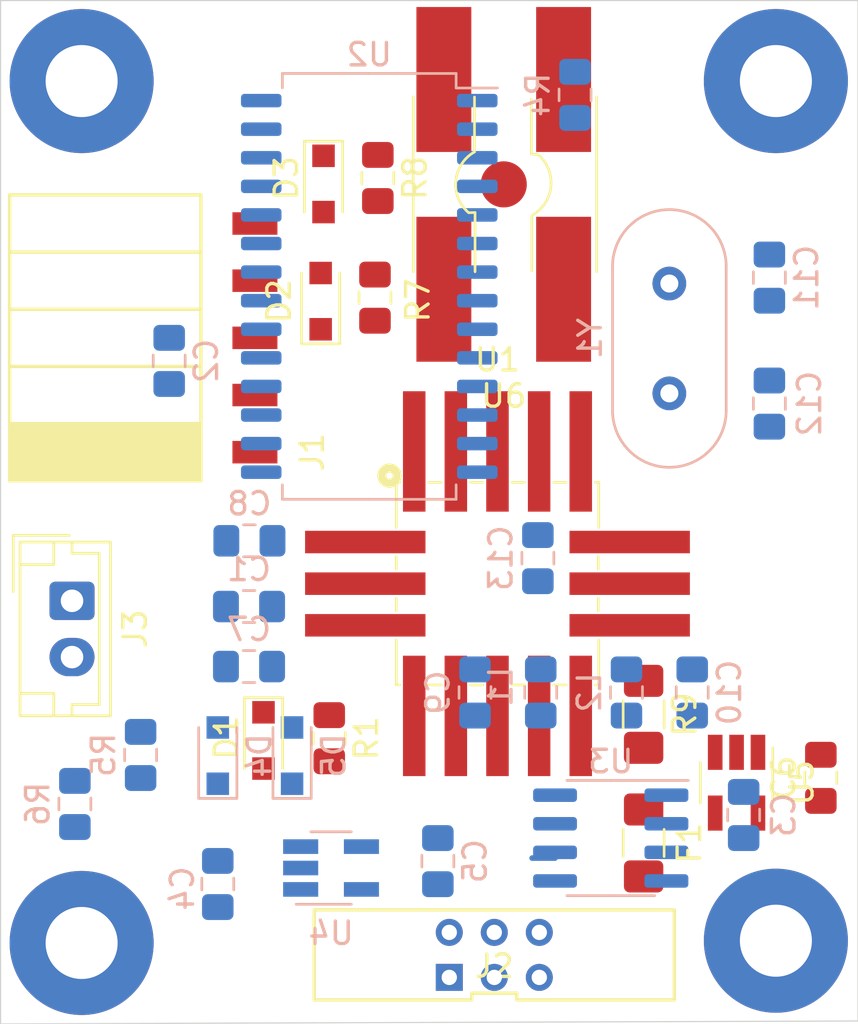
<source format=kicad_pcb>
(kicad_pcb (version 20171130) (host pcbnew "(5.1.4)-1")

  (general
    (thickness 1.6)
    (drawings 4)
    (tracks 1)
    (zones 0)
    (modules 42)
    (nets 46)
  )

  (page A4)
  (layers
    (0 F.Cu signal)
    (31 B.Cu signal)
    (32 B.Adhes user)
    (33 F.Adhes user)
    (34 B.Paste user)
    (35 F.Paste user)
    (36 B.SilkS user)
    (37 F.SilkS user)
    (38 B.Mask user)
    (39 F.Mask user)
    (40 Dwgs.User user)
    (41 Cmts.User user)
    (42 Eco1.User user)
    (43 Eco2.User user)
    (44 Edge.Cuts user)
    (45 Margin user)
    (46 B.CrtYd user)
    (47 F.CrtYd user)
    (48 B.Fab user hide)
    (49 F.Fab user hide)
  )

  (setup
    (last_trace_width 0.25)
    (user_trace_width 3.048)
    (trace_clearance 0.2)
    (zone_clearance 0.508)
    (zone_45_only no)
    (trace_min 0.2)
    (via_size 0.8)
    (via_drill 0.4)
    (via_min_size 0.4)
    (via_min_drill 0.3)
    (uvia_size 0.3)
    (uvia_drill 0.1)
    (uvias_allowed no)
    (uvia_min_size 0.2)
    (uvia_min_drill 0.1)
    (edge_width 0.05)
    (segment_width 0.2)
    (pcb_text_width 0.3)
    (pcb_text_size 1.5 1.5)
    (mod_edge_width 0.12)
    (mod_text_size 1 1)
    (mod_text_width 0.15)
    (pad_size 1.524 1.524)
    (pad_drill 0.762)
    (pad_to_mask_clearance 0.051)
    (solder_mask_min_width 0.25)
    (aux_axis_origin 0 0)
    (visible_elements 7FFFF7FF)
    (pcbplotparams
      (layerselection 0x010fc_ffffffff)
      (usegerberextensions false)
      (usegerberattributes false)
      (usegerberadvancedattributes false)
      (creategerberjobfile false)
      (excludeedgelayer true)
      (linewidth 0.100000)
      (plotframeref false)
      (viasonmask false)
      (mode 1)
      (useauxorigin false)
      (hpglpennumber 1)
      (hpglpenspeed 20)
      (hpglpendiameter 15.000000)
      (psnegative false)
      (psa4output false)
      (plotreference true)
      (plotvalue true)
      (plotinvisibletext false)
      (padsonsilk false)
      (subtractmaskfromsilk false)
      (outputformat 1)
      (mirror false)
      (drillshape 1)
      (scaleselection 1)
      (outputdirectory ""))
  )

  (net 0 "")
  (net 1 +3V3)
  (net 2 GND)
  (net 3 +5V)
  (net 4 "Net-(C4-Pad1)")
  (net 5 /PIC_RX_GPS_TX)
  (net 6 /PIC_TX_GPS_RX)
  (net 7 /OSC1)
  (net 8 /OSC2)
  (net 9 /~HWR)
  (net 10 "Net-(D1-Pad2)")
  (net 11 "Net-(D2-Pad2)")
  (net 12 "Net-(D2-Pad1)")
  (net 13 "Net-(D3-Pad1)")
  (net 14 "Net-(D3-Pad2)")
  (net 15 "Net-(D4-Pad2)")
  (net 16 "Net-(F1-Pad1)")
  (net 17 "Net-(F1-Pad2)")
  (net 18 /ICSPCLK)
  (net 19 /ICSPDAT)
  (net 20 /~MCLR)
  (net 21 "Net-(J2-Pad1)")
  (net 22 /CANL)
  (net 23 /CANH)
  (net 24 "Net-(L1-Pad1)")
  (net 25 "Net-(L2-Pad1)")
  (net 26 /FIX)
  (net 27 /AUX_BAT_V)
  (net 28 /RF_IN)
  (net 29 /PPS)
  (net 30 "Net-(U1-Pad8)")
  (net 31 "Net-(U1-Pad11)")
  (net 32 "Net-(U1-Pad12)")
  (net 33 "Net-(U2-Pad2)")
  (net 34 /CURR_SENSE)
  (net 35 "Net-(U2-Pad5)")
  (net 36 "Net-(U2-Pad6)")
  (net 37 "Net-(U2-Pad7)")
  (net 38 /CAN_TX)
  (net 39 /CAN_RX)
  (net 40 "Net-(U2-Pad16)")
  (net 41 "Net-(U2-Pad21)")
  (net 42 "Net-(U2-Pad24)")
  (net 43 "Net-(U2-Pad25)")
  (net 44 "Net-(U2-Pad26)")
  (net 45 "Net-(U4-Pad4)")

  (net_class Default "This is the default net class."
    (clearance 0.2)
    (trace_width 0.25)
    (via_dia 0.8)
    (via_drill 0.4)
    (uvia_dia 0.3)
    (uvia_drill 0.1)
    (add_net +3V3)
    (add_net +5V)
    (add_net /AUX_BAT_V)
    (add_net /CANH)
    (add_net /CANL)
    (add_net /CAN_RX)
    (add_net /CAN_TX)
    (add_net /CURR_SENSE)
    (add_net /FIX)
    (add_net /ICSPCLK)
    (add_net /ICSPDAT)
    (add_net /OSC1)
    (add_net /OSC2)
    (add_net /PIC_RX_GPS_TX)
    (add_net /PIC_TX_GPS_RX)
    (add_net /PPS)
    (add_net /RF_IN)
    (add_net /~HWR)
    (add_net /~MCLR)
    (add_net GND)
    (add_net "Net-(C4-Pad1)")
    (add_net "Net-(D1-Pad2)")
    (add_net "Net-(D2-Pad1)")
    (add_net "Net-(D2-Pad2)")
    (add_net "Net-(D3-Pad1)")
    (add_net "Net-(D3-Pad2)")
    (add_net "Net-(D4-Pad2)")
    (add_net "Net-(F1-Pad1)")
    (add_net "Net-(F1-Pad2)")
    (add_net "Net-(J2-Pad1)")
    (add_net "Net-(L1-Pad1)")
    (add_net "Net-(L2-Pad1)")
    (add_net "Net-(U1-Pad11)")
    (add_net "Net-(U1-Pad12)")
    (add_net "Net-(U1-Pad8)")
    (add_net "Net-(U2-Pad16)")
    (add_net "Net-(U2-Pad2)")
    (add_net "Net-(U2-Pad21)")
    (add_net "Net-(U2-Pad24)")
    (add_net "Net-(U2-Pad25)")
    (add_net "Net-(U2-Pad26)")
    (add_net "Net-(U2-Pad5)")
    (add_net "Net-(U2-Pad6)")
    (add_net "Net-(U2-Pad7)")
    (add_net "Net-(U4-Pad4)")
  )

  (module MountingHole:MountingHole_3.2mm_M3_Pad (layer F.Cu) (tedit 56D1B4CB) (tstamp 5E26E384)
    (at 101 75.3)
    (descr "Mounting Hole 3.2mm, M3")
    (tags "mounting hole 3.2mm m3")
    (attr virtual)
    (fp_text reference REF** (at 0 -4.2) (layer F.SilkS) hide
      (effects (font (size 1 1) (thickness 0.15)))
    )
    (fp_text value MountingHole_3.2mm_M3_Pad (at 0 4.2) (layer F.Fab)
      (effects (font (size 1 1) (thickness 0.15)))
    )
    (fp_text user %R (at 0.3 0) (layer F.Fab)
      (effects (font (size 1 1) (thickness 0.15)))
    )
    (fp_circle (center 0 0) (end 3.2 0) (layer Cmts.User) (width 0.15))
    (fp_circle (center 0 0) (end 3.45 0) (layer F.CrtYd) (width 0.05))
    (pad 1 thru_hole circle (at 0 0) (size 6.4 6.4) (drill 3.2) (layers *.Cu *.Mask))
  )

  (module MountingHole:MountingHole_3.2mm_M3_Pad (layer F.Cu) (tedit 56D1B4CB) (tstamp 5E26E3BE)
    (at 101 37.105)
    (descr "Mounting Hole 3.2mm, M3")
    (tags "mounting hole 3.2mm m3")
    (attr virtual)
    (fp_text reference REF** (at 0 -4.2) (layer F.SilkS) hide
      (effects (font (size 1 1) (thickness 0.15)))
    )
    (fp_text value MountingHole_3.2mm_M3_Pad (at 0 4.2) (layer F.Fab)
      (effects (font (size 1 1) (thickness 0.15)))
    )
    (fp_circle (center 0 0) (end 3.45 0) (layer F.CrtYd) (width 0.05))
    (fp_circle (center 0 0) (end 3.2 0) (layer Cmts.User) (width 0.15))
    (fp_text user %R (at 0.3 0) (layer F.Fab)
      (effects (font (size 1 1) (thickness 0.15)))
    )
    (pad 1 thru_hole circle (at 0 0) (size 6.4 6.4) (drill 3.2) (layers *.Cu *.Mask))
  )

  (module MountingHole:MountingHole_3.2mm_M3_Pad (layer F.Cu) (tedit 56D1B4CB) (tstamp 5E26E34C)
    (at 70.15 75.4)
    (descr "Mounting Hole 3.2mm, M3")
    (tags "mounting hole 3.2mm m3")
    (attr virtual)
    (fp_text reference REF** (at 0 -4.2) (layer F.SilkS) hide
      (effects (font (size 1 1) (thickness 0.15)))
    )
    (fp_text value MountingHole_3.2mm_M3_Pad (at 0 4.2) (layer F.Fab)
      (effects (font (size 1 1) (thickness 0.15)))
    )
    (fp_text user %R (at 0.3 0) (layer F.Fab)
      (effects (font (size 1 1) (thickness 0.15)))
    )
    (fp_circle (center 0 0) (end 3.2 0) (layer Cmts.User) (width 0.15))
    (fp_circle (center 0 0) (end 3.45 0) (layer F.CrtYd) (width 0.05))
    (pad 1 thru_hole circle (at 0 0) (size 6.4 6.4) (drill 3.2) (layers *.Cu *.Mask))
  )

  (module MountingHole:MountingHole_3.2mm_M3_Pad (layer F.Cu) (tedit 56D1B4CB) (tstamp 5E3DECBB)
    (at 70.15 37.105)
    (descr "Mounting Hole 3.2mm, M3")
    (tags "mounting hole 3.2mm m3")
    (attr virtual)
    (fp_text reference REF** (at 0 -4.2) (layer F.SilkS) hide
      (effects (font (size 1 1) (thickness 0.15)))
    )
    (fp_text value MountingHole_3.2mm_M3_Pad (at 0 4.2) (layer F.Fab)
      (effects (font (size 1 1) (thickness 0.15)))
    )
    (fp_circle (center 0 0) (end 3.45 0) (layer F.CrtYd) (width 0.05))
    (fp_circle (center 0 0) (end 3.2 0) (layer Cmts.User) (width 0.15))
    (fp_text user %R (at 0.3 0) (layer F.Fab)
      (effects (font (size 1 1) (thickness 0.15)))
    )
    (pad 1 thru_hole circle (at 0 0) (size 6.4 6.4) (drill 3.2) (layers *.Cu *.Mask))
  )

  (module Capacitor_SMD:C_0805_2012Metric_Pad1.15x1.40mm_HandSolder (layer B.Cu) (tedit 5B36C52B) (tstamp 5E3DD0AC)
    (at 77.588 60.452 180)
    (descr "Capacitor SMD 0805 (2012 Metric), square (rectangular) end terminal, IPC_7351 nominal with elongated pad for handsoldering. (Body size source: https://docs.google.com/spreadsheets/d/1BsfQQcO9C6DZCsRaXUlFlo91Tg2WpOkGARC1WS5S8t0/edit?usp=sharing), generated with kicad-footprint-generator")
    (tags "capacitor handsolder")
    (path /5DC61A11)
    (attr smd)
    (fp_text reference C1 (at 0 1.65 180) (layer B.SilkS)
      (effects (font (size 1 1) (thickness 0.15)) (justify mirror))
    )
    (fp_text value 22pF (at 0 -1.65 180) (layer B.Fab)
      (effects (font (size 1 1) (thickness 0.15)) (justify mirror))
    )
    (fp_line (start -1 -0.6) (end -1 0.6) (layer B.Fab) (width 0.1))
    (fp_line (start -1 0.6) (end 1 0.6) (layer B.Fab) (width 0.1))
    (fp_line (start 1 0.6) (end 1 -0.6) (layer B.Fab) (width 0.1))
    (fp_line (start 1 -0.6) (end -1 -0.6) (layer B.Fab) (width 0.1))
    (fp_line (start -0.261252 0.71) (end 0.261252 0.71) (layer B.SilkS) (width 0.12))
    (fp_line (start -0.261252 -0.71) (end 0.261252 -0.71) (layer B.SilkS) (width 0.12))
    (fp_line (start -1.85 -0.95) (end -1.85 0.95) (layer B.CrtYd) (width 0.05))
    (fp_line (start -1.85 0.95) (end 1.85 0.95) (layer B.CrtYd) (width 0.05))
    (fp_line (start 1.85 0.95) (end 1.85 -0.95) (layer B.CrtYd) (width 0.05))
    (fp_line (start 1.85 -0.95) (end -1.85 -0.95) (layer B.CrtYd) (width 0.05))
    (fp_text user %R (at 0 0 180) (layer B.Fab)
      (effects (font (size 0.5 0.5) (thickness 0.08)) (justify mirror))
    )
    (pad 1 smd roundrect (at -1.025 0 180) (size 1.15 1.4) (layers B.Cu B.Paste B.Mask) (roundrect_rratio 0.217391)
      (net 1 +3V3))
    (pad 2 smd roundrect (at 1.025 0 180) (size 1.15 1.4) (layers B.Cu B.Paste B.Mask) (roundrect_rratio 0.217391)
      (net 2 GND))
    (model ${KISYS3DMOD}/Capacitor_SMD.3dshapes/C_0805_2012Metric.wrl
      (at (xyz 0 0 0))
      (scale (xyz 1 1 1))
      (rotate (xyz 0 0 0))
    )
  )

  (module Capacitor_SMD:C_0805_2012Metric_Pad1.15x1.40mm_HandSolder (layer B.Cu) (tedit 5B36C52B) (tstamp 5E3DE5D8)
    (at 74.041 49.539 90)
    (descr "Capacitor SMD 0805 (2012 Metric), square (rectangular) end terminal, IPC_7351 nominal with elongated pad for handsoldering. (Body size source: https://docs.google.com/spreadsheets/d/1BsfQQcO9C6DZCsRaXUlFlo91Tg2WpOkGARC1WS5S8t0/edit?usp=sharing), generated with kicad-footprint-generator")
    (tags "capacitor handsolder")
    (path /5C99769D)
    (attr smd)
    (fp_text reference C2 (at 0 1.65 90) (layer B.SilkS)
      (effects (font (size 1 1) (thickness 0.15)) (justify mirror))
    )
    (fp_text value 0.1uF (at 0 -1.65 90) (layer B.Fab)
      (effects (font (size 1 1) (thickness 0.15)) (justify mirror))
    )
    (fp_text user %R (at 0 0 90) (layer B.Fab)
      (effects (font (size 0.5 0.5) (thickness 0.08)) (justify mirror))
    )
    (fp_line (start 1.85 -0.95) (end -1.85 -0.95) (layer B.CrtYd) (width 0.05))
    (fp_line (start 1.85 0.95) (end 1.85 -0.95) (layer B.CrtYd) (width 0.05))
    (fp_line (start -1.85 0.95) (end 1.85 0.95) (layer B.CrtYd) (width 0.05))
    (fp_line (start -1.85 -0.95) (end -1.85 0.95) (layer B.CrtYd) (width 0.05))
    (fp_line (start -0.261252 -0.71) (end 0.261252 -0.71) (layer B.SilkS) (width 0.12))
    (fp_line (start -0.261252 0.71) (end 0.261252 0.71) (layer B.SilkS) (width 0.12))
    (fp_line (start 1 -0.6) (end -1 -0.6) (layer B.Fab) (width 0.1))
    (fp_line (start 1 0.6) (end 1 -0.6) (layer B.Fab) (width 0.1))
    (fp_line (start -1 0.6) (end 1 0.6) (layer B.Fab) (width 0.1))
    (fp_line (start -1 -0.6) (end -1 0.6) (layer B.Fab) (width 0.1))
    (pad 2 smd roundrect (at 1.025 0 90) (size 1.15 1.4) (layers B.Cu B.Paste B.Mask) (roundrect_rratio 0.217391)
      (net 1 +3V3))
    (pad 1 smd roundrect (at -1.025 0 90) (size 1.15 1.4) (layers B.Cu B.Paste B.Mask) (roundrect_rratio 0.217391)
      (net 2 GND))
    (model ${KISYS3DMOD}/Capacitor_SMD.3dshapes/C_0805_2012Metric.wrl
      (at (xyz 0 0 0))
      (scale (xyz 1 1 1))
      (rotate (xyz 0 0 0))
    )
  )

  (module Capacitor_SMD:C_0805_2012Metric_Pad1.15x1.40mm_HandSolder (layer B.Cu) (tedit 5B36C52B) (tstamp 5E3E41BD)
    (at 99.568 69.714 90)
    (descr "Capacitor SMD 0805 (2012 Metric), square (rectangular) end terminal, IPC_7351 nominal with elongated pad for handsoldering. (Body size source: https://docs.google.com/spreadsheets/d/1BsfQQcO9C6DZCsRaXUlFlo91Tg2WpOkGARC1WS5S8t0/edit?usp=sharing), generated with kicad-footprint-generator")
    (tags "capacitor handsolder")
    (path /5C99771A)
    (attr smd)
    (fp_text reference C3 (at 0 1.778 270) (layer B.SilkS)
      (effects (font (size 1 1) (thickness 0.15)) (justify mirror))
    )
    (fp_text value 10uF (at 0 -1.65 270) (layer B.Fab)
      (effects (font (size 1 1) (thickness 0.15)) (justify mirror))
    )
    (fp_text user %R (at 0 0 270) (layer B.Fab)
      (effects (font (size 0.5 0.5) (thickness 0.08)) (justify mirror))
    )
    (fp_line (start 1.85 -0.95) (end -1.85 -0.95) (layer B.CrtYd) (width 0.05))
    (fp_line (start 1.85 0.95) (end 1.85 -0.95) (layer B.CrtYd) (width 0.05))
    (fp_line (start -1.85 0.95) (end 1.85 0.95) (layer B.CrtYd) (width 0.05))
    (fp_line (start -1.85 -0.95) (end -1.85 0.95) (layer B.CrtYd) (width 0.05))
    (fp_line (start -0.261252 -0.71) (end 0.261252 -0.71) (layer B.SilkS) (width 0.12))
    (fp_line (start -0.261252 0.71) (end 0.261252 0.71) (layer B.SilkS) (width 0.12))
    (fp_line (start 1 -0.6) (end -1 -0.6) (layer B.Fab) (width 0.1))
    (fp_line (start 1 0.6) (end 1 -0.6) (layer B.Fab) (width 0.1))
    (fp_line (start -1 0.6) (end 1 0.6) (layer B.Fab) (width 0.1))
    (fp_line (start -1 -0.6) (end -1 0.6) (layer B.Fab) (width 0.1))
    (pad 2 smd roundrect (at 1.025 0 90) (size 1.15 1.4) (layers B.Cu B.Paste B.Mask) (roundrect_rratio 0.217391)
      (net 2 GND))
    (pad 1 smd roundrect (at -1.025 0 90) (size 1.15 1.4) (layers B.Cu B.Paste B.Mask) (roundrect_rratio 0.217391)
      (net 3 +5V))
    (model ${KISYS3DMOD}/Capacitor_SMD.3dshapes/C_0805_2012Metric.wrl
      (at (xyz 0 0 0))
      (scale (xyz 1 1 1))
      (rotate (xyz 0 0 0))
    )
  )

  (module Capacitor_SMD:C_0805_2012Metric_Pad1.15x1.40mm_HandSolder (layer B.Cu) (tedit 5B36C52B) (tstamp 5E3DD391)
    (at 76.2 72.78 270)
    (descr "Capacitor SMD 0805 (2012 Metric), square (rectangular) end terminal, IPC_7351 nominal with elongated pad for handsoldering. (Body size source: https://docs.google.com/spreadsheets/d/1BsfQQcO9C6DZCsRaXUlFlo91Tg2WpOkGARC1WS5S8t0/edit?usp=sharing), generated with kicad-footprint-generator")
    (tags "capacitor handsolder")
    (path /5C99F0F8)
    (attr smd)
    (fp_text reference C4 (at 0.1995 1.5748 270) (layer B.SilkS)
      (effects (font (size 1 1) (thickness 0.15)) (justify mirror))
    )
    (fp_text value 1uF (at 0 -1.65 270) (layer B.Fab)
      (effects (font (size 1 1) (thickness 0.15)) (justify mirror))
    )
    (fp_text user %R (at 0 0 270) (layer B.Fab)
      (effects (font (size 0.5 0.5) (thickness 0.08)) (justify mirror))
    )
    (fp_line (start 1.85 -0.95) (end -1.85 -0.95) (layer B.CrtYd) (width 0.05))
    (fp_line (start 1.85 0.95) (end 1.85 -0.95) (layer B.CrtYd) (width 0.05))
    (fp_line (start -1.85 0.95) (end 1.85 0.95) (layer B.CrtYd) (width 0.05))
    (fp_line (start -1.85 -0.95) (end -1.85 0.95) (layer B.CrtYd) (width 0.05))
    (fp_line (start -0.261252 -0.71) (end 0.261252 -0.71) (layer B.SilkS) (width 0.12))
    (fp_line (start -0.261252 0.71) (end 0.261252 0.71) (layer B.SilkS) (width 0.12))
    (fp_line (start 1 -0.6) (end -1 -0.6) (layer B.Fab) (width 0.1))
    (fp_line (start 1 0.6) (end 1 -0.6) (layer B.Fab) (width 0.1))
    (fp_line (start -1 0.6) (end 1 0.6) (layer B.Fab) (width 0.1))
    (fp_line (start -1 -0.6) (end -1 0.6) (layer B.Fab) (width 0.1))
    (pad 2 smd roundrect (at 1.025 0 270) (size 1.15 1.4) (layers B.Cu B.Paste B.Mask) (roundrect_rratio 0.217391)
      (net 2 GND))
    (pad 1 smd roundrect (at -1.025 0 270) (size 1.15 1.4) (layers B.Cu B.Paste B.Mask) (roundrect_rratio 0.217391)
      (net 4 "Net-(C4-Pad1)"))
    (model ${KISYS3DMOD}/Capacitor_SMD.3dshapes/C_0805_2012Metric.wrl
      (at (xyz 0 0 0))
      (scale (xyz 1 1 1))
      (rotate (xyz 0 0 0))
    )
  )

  (module Capacitor_SMD:C_0805_2012Metric_Pad1.15x1.40mm_HandSolder (layer B.Cu) (tedit 5B36C52B) (tstamp 5E3DD361)
    (at 85.979 71.764 90)
    (descr "Capacitor SMD 0805 (2012 Metric), square (rectangular) end terminal, IPC_7351 nominal with elongated pad for handsoldering. (Body size source: https://docs.google.com/spreadsheets/d/1BsfQQcO9C6DZCsRaXUlFlo91Tg2WpOkGARC1WS5S8t0/edit?usp=sharing), generated with kicad-footprint-generator")
    (tags "capacitor handsolder")
    (path /5C99F0FF)
    (attr smd)
    (fp_text reference C5 (at 0 1.65 270) (layer B.SilkS)
      (effects (font (size 1 1) (thickness 0.15)) (justify mirror))
    )
    (fp_text value 1uF (at 0 -1.65 270) (layer B.Fab)
      (effects (font (size 1 1) (thickness 0.15)) (justify mirror))
    )
    (fp_text user %R (at 0 0 270) (layer B.Fab)
      (effects (font (size 0.5 0.5) (thickness 0.08)) (justify mirror))
    )
    (fp_line (start 1.85 -0.95) (end -1.85 -0.95) (layer B.CrtYd) (width 0.05))
    (fp_line (start 1.85 0.95) (end 1.85 -0.95) (layer B.CrtYd) (width 0.05))
    (fp_line (start -1.85 0.95) (end 1.85 0.95) (layer B.CrtYd) (width 0.05))
    (fp_line (start -1.85 -0.95) (end -1.85 0.95) (layer B.CrtYd) (width 0.05))
    (fp_line (start -0.261252 -0.71) (end 0.261252 -0.71) (layer B.SilkS) (width 0.12))
    (fp_line (start -0.261252 0.71) (end 0.261252 0.71) (layer B.SilkS) (width 0.12))
    (fp_line (start 1 -0.6) (end -1 -0.6) (layer B.Fab) (width 0.1))
    (fp_line (start 1 0.6) (end 1 -0.6) (layer B.Fab) (width 0.1))
    (fp_line (start -1 0.6) (end 1 0.6) (layer B.Fab) (width 0.1))
    (fp_line (start -1 -0.6) (end -1 0.6) (layer B.Fab) (width 0.1))
    (pad 2 smd roundrect (at 1.025 0 90) (size 1.15 1.4) (layers B.Cu B.Paste B.Mask) (roundrect_rratio 0.217391)
      (net 2 GND))
    (pad 1 smd roundrect (at -1.025 0 90) (size 1.15 1.4) (layers B.Cu B.Paste B.Mask) (roundrect_rratio 0.217391)
      (net 1 +3V3))
    (model ${KISYS3DMOD}/Capacitor_SMD.3dshapes/C_0805_2012Metric.wrl
      (at (xyz 0 0 0))
      (scale (xyz 1 1 1))
      (rotate (xyz 0 0 0))
    )
  )

  (module Capacitor_SMD:C_0805_2012Metric_Pad1.15x1.40mm_HandSolder (layer F.Cu) (tedit 5B36C52B) (tstamp 5E2A4F50)
    (at 102.997 68.063 90)
    (descr "Capacitor SMD 0805 (2012 Metric), square (rectangular) end terminal, IPC_7351 nominal with elongated pad for handsoldering. (Body size source: https://docs.google.com/spreadsheets/d/1BsfQQcO9C6DZCsRaXUlFlo91Tg2WpOkGARC1WS5S8t0/edit?usp=sharing), generated with kicad-footprint-generator")
    (tags "capacitor handsolder")
    (path /5C99F0D2)
    (attr smd)
    (fp_text reference C6 (at 0 -1.65 90) (layer F.SilkS)
      (effects (font (size 1 1) (thickness 0.15)))
    )
    (fp_text value 0.1uF (at 0 1.65 90) (layer F.Fab)
      (effects (font (size 1 1) (thickness 0.15)))
    )
    (fp_text user %R (at 0 0 90) (layer F.Fab)
      (effects (font (size 0.5 0.5) (thickness 0.08)))
    )
    (fp_line (start 1.85 0.95) (end -1.85 0.95) (layer F.CrtYd) (width 0.05))
    (fp_line (start 1.85 -0.95) (end 1.85 0.95) (layer F.CrtYd) (width 0.05))
    (fp_line (start -1.85 -0.95) (end 1.85 -0.95) (layer F.CrtYd) (width 0.05))
    (fp_line (start -1.85 0.95) (end -1.85 -0.95) (layer F.CrtYd) (width 0.05))
    (fp_line (start -0.261252 0.71) (end 0.261252 0.71) (layer F.SilkS) (width 0.12))
    (fp_line (start -0.261252 -0.71) (end 0.261252 -0.71) (layer F.SilkS) (width 0.12))
    (fp_line (start 1 0.6) (end -1 0.6) (layer F.Fab) (width 0.1))
    (fp_line (start 1 -0.6) (end 1 0.6) (layer F.Fab) (width 0.1))
    (fp_line (start -1 -0.6) (end 1 -0.6) (layer F.Fab) (width 0.1))
    (fp_line (start -1 0.6) (end -1 -0.6) (layer F.Fab) (width 0.1))
    (pad 2 smd roundrect (at 1.025 0 90) (size 1.15 1.4) (layers F.Cu F.Paste F.Mask) (roundrect_rratio 0.217391)
      (net 2 GND))
    (pad 1 smd roundrect (at -1.025 0 90) (size 1.15 1.4) (layers F.Cu F.Paste F.Mask) (roundrect_rratio 0.217391)
      (net 3 +5V))
    (model ${KISYS3DMOD}/Capacitor_SMD.3dshapes/C_0805_2012Metric.wrl
      (at (xyz 0 0 0))
      (scale (xyz 1 1 1))
      (rotate (xyz 0 0 0))
    )
  )

  (module Capacitor_SMD:C_0805_2012Metric_Pad1.15x1.40mm_HandSolder (layer B.Cu) (tedit 5B36C52B) (tstamp 5E3DD0DC)
    (at 77.588 63.119 180)
    (descr "Capacitor SMD 0805 (2012 Metric), square (rectangular) end terminal, IPC_7351 nominal with elongated pad for handsoldering. (Body size source: https://docs.google.com/spreadsheets/d/1BsfQQcO9C6DZCsRaXUlFlo91Tg2WpOkGARC1WS5S8t0/edit?usp=sharing), generated with kicad-footprint-generator")
    (tags "capacitor handsolder")
    (path /5DCF192E)
    (attr smd)
    (fp_text reference C7 (at 0 1.65 180) (layer B.SilkS)
      (effects (font (size 1 1) (thickness 0.15)) (justify mirror))
    )
    (fp_text value 22pF (at 0 -1.65 180) (layer B.Fab)
      (effects (font (size 1 1) (thickness 0.15)) (justify mirror))
    )
    (fp_text user %R (at 0 0 180) (layer B.Fab)
      (effects (font (size 0.5 0.5) (thickness 0.08)) (justify mirror))
    )
    (fp_line (start 1.85 -0.95) (end -1.85 -0.95) (layer B.CrtYd) (width 0.05))
    (fp_line (start 1.85 0.95) (end 1.85 -0.95) (layer B.CrtYd) (width 0.05))
    (fp_line (start -1.85 0.95) (end 1.85 0.95) (layer B.CrtYd) (width 0.05))
    (fp_line (start -1.85 -0.95) (end -1.85 0.95) (layer B.CrtYd) (width 0.05))
    (fp_line (start -0.261252 -0.71) (end 0.261252 -0.71) (layer B.SilkS) (width 0.12))
    (fp_line (start -0.261252 0.71) (end 0.261252 0.71) (layer B.SilkS) (width 0.12))
    (fp_line (start 1 -0.6) (end -1 -0.6) (layer B.Fab) (width 0.1))
    (fp_line (start 1 0.6) (end 1 -0.6) (layer B.Fab) (width 0.1))
    (fp_line (start -1 0.6) (end 1 0.6) (layer B.Fab) (width 0.1))
    (fp_line (start -1 -0.6) (end -1 0.6) (layer B.Fab) (width 0.1))
    (pad 2 smd roundrect (at 1.025 0 180) (size 1.15 1.4) (layers B.Cu B.Paste B.Mask) (roundrect_rratio 0.217391)
      (net 2 GND))
    (pad 1 smd roundrect (at -1.025 0 180) (size 1.15 1.4) (layers B.Cu B.Paste B.Mask) (roundrect_rratio 0.217391)
      (net 1 +3V3))
    (model ${KISYS3DMOD}/Capacitor_SMD.3dshapes/C_0805_2012Metric.wrl
      (at (xyz 0 0 0))
      (scale (xyz 1 1 1))
      (rotate (xyz 0 0 0))
    )
  )

  (module Capacitor_SMD:C_0805_2012Metric_Pad1.15x1.40mm_HandSolder (layer B.Cu) (tedit 5B36C52B) (tstamp 5E3DDDE1)
    (at 77.606 57.531 180)
    (descr "Capacitor SMD 0805 (2012 Metric), square (rectangular) end terminal, IPC_7351 nominal with elongated pad for handsoldering. (Body size source: https://docs.google.com/spreadsheets/d/1BsfQQcO9C6DZCsRaXUlFlo91Tg2WpOkGARC1WS5S8t0/edit?usp=sharing), generated with kicad-footprint-generator")
    (tags "capacitor handsolder")
    (path /5DC623C6)
    (attr smd)
    (fp_text reference C8 (at 0 1.65 180) (layer B.SilkS)
      (effects (font (size 1 1) (thickness 0.15)) (justify mirror))
    )
    (fp_text value 2.2uF (at 0 -1.65 180) (layer B.Fab)
      (effects (font (size 1 1) (thickness 0.15)) (justify mirror))
    )
    (fp_line (start -1 -0.6) (end -1 0.6) (layer B.Fab) (width 0.1))
    (fp_line (start -1 0.6) (end 1 0.6) (layer B.Fab) (width 0.1))
    (fp_line (start 1 0.6) (end 1 -0.6) (layer B.Fab) (width 0.1))
    (fp_line (start 1 -0.6) (end -1 -0.6) (layer B.Fab) (width 0.1))
    (fp_line (start -0.261252 0.71) (end 0.261252 0.71) (layer B.SilkS) (width 0.12))
    (fp_line (start -0.261252 -0.71) (end 0.261252 -0.71) (layer B.SilkS) (width 0.12))
    (fp_line (start -1.85 -0.95) (end -1.85 0.95) (layer B.CrtYd) (width 0.05))
    (fp_line (start -1.85 0.95) (end 1.85 0.95) (layer B.CrtYd) (width 0.05))
    (fp_line (start 1.85 0.95) (end 1.85 -0.95) (layer B.CrtYd) (width 0.05))
    (fp_line (start 1.85 -0.95) (end -1.85 -0.95) (layer B.CrtYd) (width 0.05))
    (fp_text user %R (at 0 0 180) (layer B.Fab)
      (effects (font (size 0.5 0.5) (thickness 0.08)) (justify mirror))
    )
    (pad 1 smd roundrect (at -1.025 0 180) (size 1.15 1.4) (layers B.Cu B.Paste B.Mask) (roundrect_rratio 0.217391)
      (net 1 +3V3))
    (pad 2 smd roundrect (at 1.025 0 180) (size 1.15 1.4) (layers B.Cu B.Paste B.Mask) (roundrect_rratio 0.217391)
      (net 2 GND))
    (model ${KISYS3DMOD}/Capacitor_SMD.3dshapes/C_0805_2012Metric.wrl
      (at (xyz 0 0 0))
      (scale (xyz 1 1 1))
      (rotate (xyz 0 0 0))
    )
  )

  (module Capacitor_SMD:C_0805_2012Metric_Pad1.15x1.40mm_HandSolder (layer B.Cu) (tedit 5B36C52B) (tstamp 5E3E7594)
    (at 87.63 64.271 270)
    (descr "Capacitor SMD 0805 (2012 Metric), square (rectangular) end terminal, IPC_7351 nominal with elongated pad for handsoldering. (Body size source: https://docs.google.com/spreadsheets/d/1BsfQQcO9C6DZCsRaXUlFlo91Tg2WpOkGARC1WS5S8t0/edit?usp=sharing), generated with kicad-footprint-generator")
    (tags "capacitor handsolder")
    (path /5DD3F5B5)
    (attr smd)
    (fp_text reference C9 (at 0 1.65 90) (layer B.SilkS)
      (effects (font (size 1 1) (thickness 0.15)) (justify mirror))
    )
    (fp_text value 22pF (at 0 -1.65 90) (layer B.Fab)
      (effects (font (size 1 1) (thickness 0.15)) (justify mirror))
    )
    (fp_line (start -1 -0.6) (end -1 0.6) (layer B.Fab) (width 0.1))
    (fp_line (start -1 0.6) (end 1 0.6) (layer B.Fab) (width 0.1))
    (fp_line (start 1 0.6) (end 1 -0.6) (layer B.Fab) (width 0.1))
    (fp_line (start 1 -0.6) (end -1 -0.6) (layer B.Fab) (width 0.1))
    (fp_line (start -0.261252 0.71) (end 0.261252 0.71) (layer B.SilkS) (width 0.12))
    (fp_line (start -0.261252 -0.71) (end 0.261252 -0.71) (layer B.SilkS) (width 0.12))
    (fp_line (start -1.85 -0.95) (end -1.85 0.95) (layer B.CrtYd) (width 0.05))
    (fp_line (start -1.85 0.95) (end 1.85 0.95) (layer B.CrtYd) (width 0.05))
    (fp_line (start 1.85 0.95) (end 1.85 -0.95) (layer B.CrtYd) (width 0.05))
    (fp_line (start 1.85 -0.95) (end -1.85 -0.95) (layer B.CrtYd) (width 0.05))
    (fp_text user %R (at 0 0 90) (layer B.Fab)
      (effects (font (size 0.5 0.5) (thickness 0.08)) (justify mirror))
    )
    (pad 1 smd roundrect (at -1.025 0 270) (size 1.15 1.4) (layers B.Cu B.Paste B.Mask) (roundrect_rratio 0.217391)
      (net 2 GND))
    (pad 2 smd roundrect (at 1.025 0 270) (size 1.15 1.4) (layers B.Cu B.Paste B.Mask) (roundrect_rratio 0.217391)
      (net 5 /PIC_RX_GPS_TX))
    (model ${KISYS3DMOD}/Capacitor_SMD.3dshapes/C_0805_2012Metric.wrl
      (at (xyz 0 0 0))
      (scale (xyz 1 1 1))
      (rotate (xyz 0 0 0))
    )
  )

  (module Capacitor_SMD:C_0805_2012Metric_Pad1.15x1.40mm_HandSolder (layer B.Cu) (tedit 5B36C52B) (tstamp 5E3DCFA4)
    (at 97.282 64.271 90)
    (descr "Capacitor SMD 0805 (2012 Metric), square (rectangular) end terminal, IPC_7351 nominal with elongated pad for handsoldering. (Body size source: https://docs.google.com/spreadsheets/d/1BsfQQcO9C6DZCsRaXUlFlo91Tg2WpOkGARC1WS5S8t0/edit?usp=sharing), generated with kicad-footprint-generator")
    (tags "capacitor handsolder")
    (path /5DC832B8)
    (attr smd)
    (fp_text reference C10 (at 0 1.65 90) (layer B.SilkS)
      (effects (font (size 1 1) (thickness 0.15)) (justify mirror))
    )
    (fp_text value 22pF (at 0 -1.65 90) (layer B.Fab)
      (effects (font (size 1 1) (thickness 0.15)) (justify mirror))
    )
    (fp_line (start -1 -0.6) (end -1 0.6) (layer B.Fab) (width 0.1))
    (fp_line (start -1 0.6) (end 1 0.6) (layer B.Fab) (width 0.1))
    (fp_line (start 1 0.6) (end 1 -0.6) (layer B.Fab) (width 0.1))
    (fp_line (start 1 -0.6) (end -1 -0.6) (layer B.Fab) (width 0.1))
    (fp_line (start -0.261252 0.71) (end 0.261252 0.71) (layer B.SilkS) (width 0.12))
    (fp_line (start -0.261252 -0.71) (end 0.261252 -0.71) (layer B.SilkS) (width 0.12))
    (fp_line (start -1.85 -0.95) (end -1.85 0.95) (layer B.CrtYd) (width 0.05))
    (fp_line (start -1.85 0.95) (end 1.85 0.95) (layer B.CrtYd) (width 0.05))
    (fp_line (start 1.85 0.95) (end 1.85 -0.95) (layer B.CrtYd) (width 0.05))
    (fp_line (start 1.85 -0.95) (end -1.85 -0.95) (layer B.CrtYd) (width 0.05))
    (fp_text user %R (at 0 0 90) (layer B.Fab)
      (effects (font (size 0.5 0.5) (thickness 0.08)) (justify mirror))
    )
    (pad 1 smd roundrect (at -1.025 0 90) (size 1.15 1.4) (layers B.Cu B.Paste B.Mask) (roundrect_rratio 0.217391)
      (net 2 GND))
    (pad 2 smd roundrect (at 1.025 0 90) (size 1.15 1.4) (layers B.Cu B.Paste B.Mask) (roundrect_rratio 0.217391)
      (net 6 /PIC_TX_GPS_RX))
    (model ${KISYS3DMOD}/Capacitor_SMD.3dshapes/C_0805_2012Metric.wrl
      (at (xyz 0 0 0))
      (scale (xyz 1 1 1))
      (rotate (xyz 0 0 0))
    )
  )

  (module Capacitor_SMD:C_0805_2012Metric_Pad1.15x1.40mm_HandSolder (layer B.Cu) (tedit 5B36C52B) (tstamp 5E3DE9CC)
    (at 100.711 45.838 90)
    (descr "Capacitor SMD 0805 (2012 Metric), square (rectangular) end terminal, IPC_7351 nominal with elongated pad for handsoldering. (Body size source: https://docs.google.com/spreadsheets/d/1BsfQQcO9C6DZCsRaXUlFlo91Tg2WpOkGARC1WS5S8t0/edit?usp=sharing), generated with kicad-footprint-generator")
    (tags "capacitor handsolder")
    (path /5E183DBB)
    (attr smd)
    (fp_text reference C11 (at 0 1.65 270) (layer B.SilkS)
      (effects (font (size 1 1) (thickness 0.15)) (justify mirror))
    )
    (fp_text value 26pF (at 0 -1.65 270) (layer B.Fab)
      (effects (font (size 1 1) (thickness 0.15)) (justify mirror))
    )
    (fp_line (start -1 -0.6) (end -1 0.6) (layer B.Fab) (width 0.1))
    (fp_line (start -1 0.6) (end 1 0.6) (layer B.Fab) (width 0.1))
    (fp_line (start 1 0.6) (end 1 -0.6) (layer B.Fab) (width 0.1))
    (fp_line (start 1 -0.6) (end -1 -0.6) (layer B.Fab) (width 0.1))
    (fp_line (start -0.261252 0.71) (end 0.261252 0.71) (layer B.SilkS) (width 0.12))
    (fp_line (start -0.261252 -0.71) (end 0.261252 -0.71) (layer B.SilkS) (width 0.12))
    (fp_line (start -1.85 -0.95) (end -1.85 0.95) (layer B.CrtYd) (width 0.05))
    (fp_line (start -1.85 0.95) (end 1.85 0.95) (layer B.CrtYd) (width 0.05))
    (fp_line (start 1.85 0.95) (end 1.85 -0.95) (layer B.CrtYd) (width 0.05))
    (fp_line (start 1.85 -0.95) (end -1.85 -0.95) (layer B.CrtYd) (width 0.05))
    (fp_text user %R (at 0 0 270) (layer B.Fab)
      (effects (font (size 0.5 0.5) (thickness 0.08)) (justify mirror))
    )
    (pad 1 smd roundrect (at -1.025 0 90) (size 1.15 1.4) (layers B.Cu B.Paste B.Mask) (roundrect_rratio 0.217391)
      (net 7 /OSC1))
    (pad 2 smd roundrect (at 1.025 0 90) (size 1.15 1.4) (layers B.Cu B.Paste B.Mask) (roundrect_rratio 0.217391)
      (net 2 GND))
    (model ${KISYS3DMOD}/Capacitor_SMD.3dshapes/C_0805_2012Metric.wrl
      (at (xyz 0 0 0))
      (scale (xyz 1 1 1))
      (rotate (xyz 0 0 0))
    )
  )

  (module Capacitor_SMD:C_0805_2012Metric_Pad1.15x1.40mm_HandSolder (layer B.Cu) (tedit 5B36C52B) (tstamp 5E3DC01A)
    (at 100.711 51.435 270)
    (descr "Capacitor SMD 0805 (2012 Metric), square (rectangular) end terminal, IPC_7351 nominal with elongated pad for handsoldering. (Body size source: https://docs.google.com/spreadsheets/d/1BsfQQcO9C6DZCsRaXUlFlo91Tg2WpOkGARC1WS5S8t0/edit?usp=sharing), generated with kicad-footprint-generator")
    (tags "capacitor handsolder")
    (path /5E184A59)
    (attr smd)
    (fp_text reference C12 (at 0 -1.778 270) (layer B.SilkS)
      (effects (font (size 1 1) (thickness 0.15)) (justify mirror))
    )
    (fp_text value 26pF (at 0 -1.65 270) (layer B.Fab)
      (effects (font (size 1 1) (thickness 0.15)) (justify mirror))
    )
    (fp_line (start -1 -0.6) (end -1 0.6) (layer B.Fab) (width 0.1))
    (fp_line (start -1 0.6) (end 1 0.6) (layer B.Fab) (width 0.1))
    (fp_line (start 1 0.6) (end 1 -0.6) (layer B.Fab) (width 0.1))
    (fp_line (start 1 -0.6) (end -1 -0.6) (layer B.Fab) (width 0.1))
    (fp_line (start -0.261252 0.71) (end 0.261252 0.71) (layer B.SilkS) (width 0.12))
    (fp_line (start -0.261252 -0.71) (end 0.261252 -0.71) (layer B.SilkS) (width 0.12))
    (fp_line (start -1.85 -0.95) (end -1.85 0.95) (layer B.CrtYd) (width 0.05))
    (fp_line (start -1.85 0.95) (end 1.85 0.95) (layer B.CrtYd) (width 0.05))
    (fp_line (start 1.85 0.95) (end 1.85 -0.95) (layer B.CrtYd) (width 0.05))
    (fp_line (start 1.85 -0.95) (end -1.85 -0.95) (layer B.CrtYd) (width 0.05))
    (fp_text user %R (at 0 0 270) (layer B.Fab)
      (effects (font (size 0.5 0.5) (thickness 0.08)) (justify mirror))
    )
    (pad 1 smd roundrect (at -1.025 0 270) (size 1.15 1.4) (layers B.Cu B.Paste B.Mask) (roundrect_rratio 0.217391)
      (net 8 /OSC2))
    (pad 2 smd roundrect (at 1.025 0 270) (size 1.15 1.4) (layers B.Cu B.Paste B.Mask) (roundrect_rratio 0.217391)
      (net 2 GND))
    (model ${KISYS3DMOD}/Capacitor_SMD.3dshapes/C_0805_2012Metric.wrl
      (at (xyz 0 0 0))
      (scale (xyz 1 1 1))
      (rotate (xyz 0 0 0))
    )
  )

  (module Capacitor_SMD:C_0805_2012Metric_Pad1.15x1.40mm_HandSolder (layer B.Cu) (tedit 5B36C52B) (tstamp 5E3DD07C)
    (at 90.424 58.302 270)
    (descr "Capacitor SMD 0805 (2012 Metric), square (rectangular) end terminal, IPC_7351 nominal with elongated pad for handsoldering. (Body size source: https://docs.google.com/spreadsheets/d/1BsfQQcO9C6DZCsRaXUlFlo91Tg2WpOkGARC1WS5S8t0/edit?usp=sharing), generated with kicad-footprint-generator")
    (tags "capacitor handsolder")
    (path /5E1D3A23)
    (attr smd)
    (fp_text reference C13 (at 0 1.65 90) (layer B.SilkS)
      (effects (font (size 1 1) (thickness 0.15)) (justify mirror))
    )
    (fp_text value 22pF (at 0 -1.65 90) (layer B.Fab)
      (effects (font (size 1 1) (thickness 0.15)) (justify mirror))
    )
    (fp_line (start -1 -0.6) (end -1 0.6) (layer B.Fab) (width 0.1))
    (fp_line (start -1 0.6) (end 1 0.6) (layer B.Fab) (width 0.1))
    (fp_line (start 1 0.6) (end 1 -0.6) (layer B.Fab) (width 0.1))
    (fp_line (start 1 -0.6) (end -1 -0.6) (layer B.Fab) (width 0.1))
    (fp_line (start -0.261252 0.71) (end 0.261252 0.71) (layer B.SilkS) (width 0.12))
    (fp_line (start -0.261252 -0.71) (end 0.261252 -0.71) (layer B.SilkS) (width 0.12))
    (fp_line (start -1.85 -0.95) (end -1.85 0.95) (layer B.CrtYd) (width 0.05))
    (fp_line (start -1.85 0.95) (end 1.85 0.95) (layer B.CrtYd) (width 0.05))
    (fp_line (start 1.85 0.95) (end 1.85 -0.95) (layer B.CrtYd) (width 0.05))
    (fp_line (start 1.85 -0.95) (end -1.85 -0.95) (layer B.CrtYd) (width 0.05))
    (fp_text user %R (at 0 0 90) (layer B.Fab)
      (effects (font (size 0.5 0.5) (thickness 0.08)) (justify mirror))
    )
    (pad 1 smd roundrect (at -1.025 0 270) (size 1.15 1.4) (layers B.Cu B.Paste B.Mask) (roundrect_rratio 0.217391)
      (net 2 GND))
    (pad 2 smd roundrect (at 1.025 0 270) (size 1.15 1.4) (layers B.Cu B.Paste B.Mask) (roundrect_rratio 0.217391)
      (net 9 /~HWR))
    (model ${KISYS3DMOD}/Capacitor_SMD.3dshapes/C_0805_2012Metric.wrl
      (at (xyz 0 0 0))
      (scale (xyz 1 1 1))
      (rotate (xyz 0 0 0))
    )
  )

  (module Diode_SMD:D_SOD-323_HandSoldering (layer F.Cu) (tedit 58641869) (tstamp 5E3E4455)
    (at 78.232 66.401 270)
    (descr SOD-323)
    (tags SOD-323)
    (path /5DC87D93)
    (attr smd)
    (fp_text reference D1 (at -0.127 1.651 90) (layer F.SilkS)
      (effects (font (size 1 1) (thickness 0.15)))
    )
    (fp_text value WHITE (at 0.1 1.9 90) (layer F.Fab)
      (effects (font (size 1 1) (thickness 0.15)))
    )
    (fp_text user %R (at 0 -1.85 90) (layer F.Fab)
      (effects (font (size 1 1) (thickness 0.15)))
    )
    (fp_line (start -1.9 -0.85) (end -1.9 0.85) (layer F.SilkS) (width 0.12))
    (fp_line (start 0.2 0) (end 0.45 0) (layer F.Fab) (width 0.1))
    (fp_line (start 0.2 0.35) (end -0.3 0) (layer F.Fab) (width 0.1))
    (fp_line (start 0.2 -0.35) (end 0.2 0.35) (layer F.Fab) (width 0.1))
    (fp_line (start -0.3 0) (end 0.2 -0.35) (layer F.Fab) (width 0.1))
    (fp_line (start -0.3 0) (end -0.5 0) (layer F.Fab) (width 0.1))
    (fp_line (start -0.3 -0.35) (end -0.3 0.35) (layer F.Fab) (width 0.1))
    (fp_line (start -0.9 0.7) (end -0.9 -0.7) (layer F.Fab) (width 0.1))
    (fp_line (start 0.9 0.7) (end -0.9 0.7) (layer F.Fab) (width 0.1))
    (fp_line (start 0.9 -0.7) (end 0.9 0.7) (layer F.Fab) (width 0.1))
    (fp_line (start -0.9 -0.7) (end 0.9 -0.7) (layer F.Fab) (width 0.1))
    (fp_line (start -2 -0.95) (end 2 -0.95) (layer F.CrtYd) (width 0.05))
    (fp_line (start 2 -0.95) (end 2 0.95) (layer F.CrtYd) (width 0.05))
    (fp_line (start -2 0.95) (end 2 0.95) (layer F.CrtYd) (width 0.05))
    (fp_line (start -2 -0.95) (end -2 0.95) (layer F.CrtYd) (width 0.05))
    (fp_line (start -1.9 0.85) (end 1.25 0.85) (layer F.SilkS) (width 0.12))
    (fp_line (start -1.9 -0.85) (end 1.25 -0.85) (layer F.SilkS) (width 0.12))
    (pad 1 smd rect (at -1.25 0 270) (size 1 1) (layers F.Cu F.Paste F.Mask)
      (net 2 GND))
    (pad 2 smd rect (at 1.25 0 270) (size 1 1) (layers F.Cu F.Paste F.Mask)
      (net 10 "Net-(D1-Pad2)"))
    (model ${KISYS3DMOD}/Diode_SMD.3dshapes/D_SOD-323.wrl
      (at (xyz 0 0 0))
      (scale (xyz 1 1 1))
      (rotate (xyz 0 0 0))
    )
  )

  (module Diode_SMD:D_SOD-323_HandSoldering (layer F.Cu) (tedit 58641869) (tstamp 5E3DE72F)
    (at 80.772 46.883 90)
    (descr SOD-323)
    (tags SOD-323)
    (path /5C9976AF)
    (attr smd)
    (fp_text reference D2 (at 0 -1.85 90) (layer F.SilkS)
      (effects (font (size 1 1) (thickness 0.15)))
    )
    (fp_text value RED (at 0.1 1.9 90) (layer F.Fab)
      (effects (font (size 1 1) (thickness 0.15)))
    )
    (fp_text user %R (at 0 -1.85 90) (layer F.Fab)
      (effects (font (size 1 1) (thickness 0.15)))
    )
    (fp_line (start -1.9 -0.85) (end -1.9 0.85) (layer F.SilkS) (width 0.12))
    (fp_line (start 0.2 0) (end 0.45 0) (layer F.Fab) (width 0.1))
    (fp_line (start 0.2 0.35) (end -0.3 0) (layer F.Fab) (width 0.1))
    (fp_line (start 0.2 -0.35) (end 0.2 0.35) (layer F.Fab) (width 0.1))
    (fp_line (start -0.3 0) (end 0.2 -0.35) (layer F.Fab) (width 0.1))
    (fp_line (start -0.3 0) (end -0.5 0) (layer F.Fab) (width 0.1))
    (fp_line (start -0.3 -0.35) (end -0.3 0.35) (layer F.Fab) (width 0.1))
    (fp_line (start -0.9 0.7) (end -0.9 -0.7) (layer F.Fab) (width 0.1))
    (fp_line (start 0.9 0.7) (end -0.9 0.7) (layer F.Fab) (width 0.1))
    (fp_line (start 0.9 -0.7) (end 0.9 0.7) (layer F.Fab) (width 0.1))
    (fp_line (start -0.9 -0.7) (end 0.9 -0.7) (layer F.Fab) (width 0.1))
    (fp_line (start -2 -0.95) (end 2 -0.95) (layer F.CrtYd) (width 0.05))
    (fp_line (start 2 -0.95) (end 2 0.95) (layer F.CrtYd) (width 0.05))
    (fp_line (start -2 0.95) (end 2 0.95) (layer F.CrtYd) (width 0.05))
    (fp_line (start -2 -0.95) (end -2 0.95) (layer F.CrtYd) (width 0.05))
    (fp_line (start -1.9 0.85) (end 1.25 0.85) (layer F.SilkS) (width 0.12))
    (fp_line (start -1.9 -0.85) (end 1.25 -0.85) (layer F.SilkS) (width 0.12))
    (pad 1 smd rect (at -1.25 0 90) (size 1 1) (layers F.Cu F.Paste F.Mask)
      (net 12 "Net-(D2-Pad1)"))
    (pad 2 smd rect (at 1.25 0 90) (size 1 1) (layers F.Cu F.Paste F.Mask)
      (net 11 "Net-(D2-Pad2)"))
    (model ${KISYS3DMOD}/Diode_SMD.3dshapes/D_SOD-323.wrl
      (at (xyz 0 0 0))
      (scale (xyz 1 1 1))
      (rotate (xyz 0 0 0))
    )
  )

  (module Diode_SMD:D_SOD-323_HandSoldering (layer F.Cu) (tedit 58641869) (tstamp 5E3DE338)
    (at 80.899 41.676 270)
    (descr SOD-323)
    (tags SOD-323)
    (path /5C9976CB)
    (attr smd)
    (fp_text reference D3 (at -0.254 1.651 90) (layer F.SilkS)
      (effects (font (size 1 1) (thickness 0.15)))
    )
    (fp_text value BLUE (at 0.1 1.9 90) (layer F.Fab)
      (effects (font (size 1 1) (thickness 0.15)))
    )
    (fp_line (start -1.9 -0.85) (end 1.25 -0.85) (layer F.SilkS) (width 0.12))
    (fp_line (start -1.9 0.85) (end 1.25 0.85) (layer F.SilkS) (width 0.12))
    (fp_line (start -2 -0.95) (end -2 0.95) (layer F.CrtYd) (width 0.05))
    (fp_line (start -2 0.95) (end 2 0.95) (layer F.CrtYd) (width 0.05))
    (fp_line (start 2 -0.95) (end 2 0.95) (layer F.CrtYd) (width 0.05))
    (fp_line (start -2 -0.95) (end 2 -0.95) (layer F.CrtYd) (width 0.05))
    (fp_line (start -0.9 -0.7) (end 0.9 -0.7) (layer F.Fab) (width 0.1))
    (fp_line (start 0.9 -0.7) (end 0.9 0.7) (layer F.Fab) (width 0.1))
    (fp_line (start 0.9 0.7) (end -0.9 0.7) (layer F.Fab) (width 0.1))
    (fp_line (start -0.9 0.7) (end -0.9 -0.7) (layer F.Fab) (width 0.1))
    (fp_line (start -0.3 -0.35) (end -0.3 0.35) (layer F.Fab) (width 0.1))
    (fp_line (start -0.3 0) (end -0.5 0) (layer F.Fab) (width 0.1))
    (fp_line (start -0.3 0) (end 0.2 -0.35) (layer F.Fab) (width 0.1))
    (fp_line (start 0.2 -0.35) (end 0.2 0.35) (layer F.Fab) (width 0.1))
    (fp_line (start 0.2 0.35) (end -0.3 0) (layer F.Fab) (width 0.1))
    (fp_line (start 0.2 0) (end 0.45 0) (layer F.Fab) (width 0.1))
    (fp_line (start -1.9 -0.85) (end -1.9 0.85) (layer F.SilkS) (width 0.12))
    (fp_text user %R (at 0 -1.85 90) (layer F.Fab)
      (effects (font (size 1 1) (thickness 0.15)))
    )
    (pad 2 smd rect (at 1.25 0 270) (size 1 1) (layers F.Cu F.Paste F.Mask)
      (net 14 "Net-(D3-Pad2)"))
    (pad 1 smd rect (at -1.25 0 270) (size 1 1) (layers F.Cu F.Paste F.Mask)
      (net 13 "Net-(D3-Pad1)"))
    (model ${KISYS3DMOD}/Diode_SMD.3dshapes/D_SOD-323.wrl
      (at (xyz 0 0 0))
      (scale (xyz 1 1 1))
      (rotate (xyz 0 0 0))
    )
  )

  (module Diode_SMD:D_SOD-323_HandSoldering (layer B.Cu) (tedit 58641869) (tstamp 5E3DD323)
    (at 76.2 67.076 90)
    (descr SOD-323)
    (tags SOD-323)
    (path /5DD51AC9)
    (attr smd)
    (fp_text reference D4 (at 0 1.85 270) (layer B.SilkS)
      (effects (font (size 1 1) (thickness 0.15)) (justify mirror))
    )
    (fp_text value CUS08F30 (at 0.1 -1.9 270) (layer B.Fab)
      (effects (font (size 1 1) (thickness 0.15)) (justify mirror))
    )
    (fp_line (start -1.9 0.85) (end 1.25 0.85) (layer B.SilkS) (width 0.12))
    (fp_line (start -1.9 -0.85) (end 1.25 -0.85) (layer B.SilkS) (width 0.12))
    (fp_line (start -2 0.95) (end -2 -0.95) (layer B.CrtYd) (width 0.05))
    (fp_line (start -2 -0.95) (end 2 -0.95) (layer B.CrtYd) (width 0.05))
    (fp_line (start 2 0.95) (end 2 -0.95) (layer B.CrtYd) (width 0.05))
    (fp_line (start -2 0.95) (end 2 0.95) (layer B.CrtYd) (width 0.05))
    (fp_line (start -0.9 0.7) (end 0.9 0.7) (layer B.Fab) (width 0.1))
    (fp_line (start 0.9 0.7) (end 0.9 -0.7) (layer B.Fab) (width 0.1))
    (fp_line (start 0.9 -0.7) (end -0.9 -0.7) (layer B.Fab) (width 0.1))
    (fp_line (start -0.9 -0.7) (end -0.9 0.7) (layer B.Fab) (width 0.1))
    (fp_line (start -0.3 0.35) (end -0.3 -0.35) (layer B.Fab) (width 0.1))
    (fp_line (start -0.3 0) (end -0.5 0) (layer B.Fab) (width 0.1))
    (fp_line (start -0.3 0) (end 0.2 0.35) (layer B.Fab) (width 0.1))
    (fp_line (start 0.2 0.35) (end 0.2 -0.35) (layer B.Fab) (width 0.1))
    (fp_line (start 0.2 -0.35) (end -0.3 0) (layer B.Fab) (width 0.1))
    (fp_line (start 0.2 0) (end 0.45 0) (layer B.Fab) (width 0.1))
    (fp_line (start -1.9 0.85) (end -1.9 -0.85) (layer B.SilkS) (width 0.12))
    (fp_text user %R (at 0 1.85 270) (layer B.Fab)
      (effects (font (size 1 1) (thickness 0.15)) (justify mirror))
    )
    (pad 2 smd rect (at 1.25 0 90) (size 1 1) (layers B.Cu B.Paste B.Mask)
      (net 15 "Net-(D4-Pad2)"))
    (pad 1 smd rect (at -1.25 0 90) (size 1 1) (layers B.Cu B.Paste B.Mask)
      (net 4 "Net-(C4-Pad1)"))
    (model ${KISYS3DMOD}/Diode_SMD.3dshapes/D_SOD-323.wrl
      (at (xyz 0 0 0))
      (scale (xyz 1 1 1))
      (rotate (xyz 0 0 0))
    )
  )

  (module Diode_SMD:D_SOD-323_HandSoldering (layer B.Cu) (tedit 58641869) (tstamp 5E3E0512)
    (at 79.502 67.076 90)
    (descr SOD-323)
    (tags SOD-323)
    (path /5DCF9C5E)
    (attr smd)
    (fp_text reference D5 (at 0 1.85 270) (layer B.SilkS)
      (effects (font (size 1 1) (thickness 0.15)) (justify mirror))
    )
    (fp_text value CUS08F30 (at 0.1 -1.9 270) (layer B.Fab)
      (effects (font (size 1 1) (thickness 0.15)) (justify mirror))
    )
    (fp_line (start -1.9 0.85) (end 1.25 0.85) (layer B.SilkS) (width 0.12))
    (fp_line (start -1.9 -0.85) (end 1.25 -0.85) (layer B.SilkS) (width 0.12))
    (fp_line (start -2 0.95) (end -2 -0.95) (layer B.CrtYd) (width 0.05))
    (fp_line (start -2 -0.95) (end 2 -0.95) (layer B.CrtYd) (width 0.05))
    (fp_line (start 2 0.95) (end 2 -0.95) (layer B.CrtYd) (width 0.05))
    (fp_line (start -2 0.95) (end 2 0.95) (layer B.CrtYd) (width 0.05))
    (fp_line (start -0.9 0.7) (end 0.9 0.7) (layer B.Fab) (width 0.1))
    (fp_line (start 0.9 0.7) (end 0.9 -0.7) (layer B.Fab) (width 0.1))
    (fp_line (start 0.9 -0.7) (end -0.9 -0.7) (layer B.Fab) (width 0.1))
    (fp_line (start -0.9 -0.7) (end -0.9 0.7) (layer B.Fab) (width 0.1))
    (fp_line (start -0.3 0.35) (end -0.3 -0.35) (layer B.Fab) (width 0.1))
    (fp_line (start -0.3 0) (end -0.5 0) (layer B.Fab) (width 0.1))
    (fp_line (start -0.3 0) (end 0.2 0.35) (layer B.Fab) (width 0.1))
    (fp_line (start 0.2 0.35) (end 0.2 -0.35) (layer B.Fab) (width 0.1))
    (fp_line (start 0.2 -0.35) (end -0.3 0) (layer B.Fab) (width 0.1))
    (fp_line (start 0.2 0) (end 0.45 0) (layer B.Fab) (width 0.1))
    (fp_line (start -1.9 0.85) (end -1.9 -0.85) (layer B.SilkS) (width 0.12))
    (fp_text user %R (at 0 1.85 270) (layer B.Fab)
      (effects (font (size 1 1) (thickness 0.15)) (justify mirror))
    )
    (pad 2 smd rect (at 1.25 0 90) (size 1 1) (layers B.Cu B.Paste B.Mask)
      (net 3 +5V))
    (pad 1 smd rect (at -1.25 0 90) (size 1 1) (layers B.Cu B.Paste B.Mask)
      (net 4 "Net-(C4-Pad1)"))
    (model ${KISYS3DMOD}/Diode_SMD.3dshapes/D_SOD-323.wrl
      (at (xyz 0 0 0))
      (scale (xyz 1 1 1))
      (rotate (xyz 0 0 0))
    )
  )

  (module Fuse:Fuse_1206_3216Metric_Pad1.42x1.75mm_HandSolder (layer F.Cu) (tedit 5B301BBE) (tstamp 5E3D9F53)
    (at 95.123 70.9565 90)
    (descr "Fuse SMD 1206 (3216 Metric), square (rectangular) end terminal, IPC_7351 nominal with elongated pad for handsoldering. (Body size source: http://www.tortai-tech.com/upload/download/2011102023233369053.pdf), generated with kicad-footprint-generator")
    (tags "resistor handsolder")
    (path /5C99F0B9)
    (attr smd)
    (fp_text reference F1 (at 0 2.032 90) (layer F.SilkS)
      (effects (font (size 1 1) (thickness 0.15)))
    )
    (fp_text value Polyfuse (at 0 1.82 90) (layer F.Fab)
      (effects (font (size 1 1) (thickness 0.15)))
    )
    (fp_line (start -1.6 0.8) (end -1.6 -0.8) (layer F.Fab) (width 0.1))
    (fp_line (start -1.6 -0.8) (end 1.6 -0.8) (layer F.Fab) (width 0.1))
    (fp_line (start 1.6 -0.8) (end 1.6 0.8) (layer F.Fab) (width 0.1))
    (fp_line (start 1.6 0.8) (end -1.6 0.8) (layer F.Fab) (width 0.1))
    (fp_line (start -0.602064 -0.91) (end 0.602064 -0.91) (layer F.SilkS) (width 0.12))
    (fp_line (start -0.602064 0.91) (end 0.602064 0.91) (layer F.SilkS) (width 0.12))
    (fp_line (start -2.45 1.12) (end -2.45 -1.12) (layer F.CrtYd) (width 0.05))
    (fp_line (start -2.45 -1.12) (end 2.45 -1.12) (layer F.CrtYd) (width 0.05))
    (fp_line (start 2.45 -1.12) (end 2.45 1.12) (layer F.CrtYd) (width 0.05))
    (fp_line (start 2.45 1.12) (end -2.45 1.12) (layer F.CrtYd) (width 0.05))
    (fp_text user %R (at 0 0 90) (layer F.Fab)
      (effects (font (size 0.8 0.8) (thickness 0.12)))
    )
    (pad 1 smd roundrect (at -1.4875 0 90) (size 1.425 1.75) (layers F.Cu F.Paste F.Mask) (roundrect_rratio 0.175439)
      (net 16 "Net-(F1-Pad1)"))
    (pad 2 smd roundrect (at 1.4875 0 90) (size 1.425 1.75) (layers F.Cu F.Paste F.Mask) (roundrect_rratio 0.175439)
      (net 17 "Net-(F1-Pad2)"))
    (model ${KISYS3DMOD}/Fuse.3dshapes/Fuse_1206_3216Metric.wrl
      (at (xyz 0 0 0))
      (scale (xyz 1 1 1))
      (rotate (xyz 0 0 0))
    )
  )

  (module canhw:PinHeader_5x2.54_SMD_90deg_952-3198-1-ND (layer F.Cu) (tedit 5BBBD10E) (tstamp 5E3DCFD5)
    (at 77.851 53.594 90)
    (path /5C9976E1)
    (fp_text reference J1 (at 0 2.54 90) (layer F.SilkS)
      (effects (font (size 1 1) (thickness 0.15)))
    )
    (fp_text value "Programming Header" (at 3.794999 -2.085001 90) (layer F.Fab)
      (effects (font (size 1 1) (thickness 0.15)))
    )
    (fp_line (start -1.27 -2.4) (end 11.43 -2.4) (layer F.SilkS) (width 0.15))
    (fp_line (start -1.27 -10.9) (end 11.43 -10.9) (layer F.SilkS) (width 0.15))
    (fp_line (start -1.27 -2.4) (end -1.27 -10.9) (layer F.SilkS) (width 0.15))
    (fp_line (start 11.43 -2.4) (end 11.43 -10.9) (layer F.SilkS) (width 0.15))
    (fp_line (start 8.89 -2.4) (end 8.89 -10.9) (layer F.SilkS) (width 0.15))
    (fp_line (start 3.81 -2.4) (end 3.81 -10.9) (layer F.SilkS) (width 0.15))
    (fp_line (start 6.35 -2.4) (end 6.35 -10.9) (layer F.SilkS) (width 0.15))
    (fp_line (start 1.27 -2.4) (end 1.27 -10.9) (layer F.SilkS) (width 0.15))
    (fp_poly (pts (xy -1.2192 -10.8458) (xy 1.2192 -10.8458) (xy 1.2192 -2.4638) (xy -1.2192 -2.4638)) (layer F.SilkS) (width 0.15))
    (pad 1 smd rect (at 0 0 90) (size 1 2) (layers F.Cu F.Paste F.Mask)
      (net 18 /ICSPCLK))
    (pad 2 smd rect (at 2.54 0 90) (size 1 2) (layers F.Cu F.Paste F.Mask)
      (net 19 /ICSPDAT))
    (pad 3 smd rect (at 5.08 0 90) (size 1 2) (layers F.Cu F.Paste F.Mask)
      (net 2 GND))
    (pad 4 smd rect (at 7.62 0 90) (size 1 2) (layers F.Cu F.Paste F.Mask)
      (net 1 +3V3))
    (pad 5 smd rect (at 10.16 0 90) (size 1 2) (layers F.Cu F.Paste F.Mask)
      (net 20 /~MCLR))
  )

  (module canhw:connector_Harwin_M80-5000642 (layer F.Cu) (tedit 5BB34ABD) (tstamp 5E3DE235)
    (at 88.487 75.93)
    (path /5C99F0B2)
    (fp_text reference J2 (at 0 0.5) (layer F.SilkS)
      (effects (font (size 1 1) (thickness 0.15)))
    )
    (fp_text value "CAN Bus Conn" (at -1.025001 -3.345001) (layer F.Fab)
      (effects (font (size 1 1) (thickness 0.15)))
    )
    (fp_line (start -8 2) (end -1 2) (layer F.SilkS) (width 0.15))
    (fp_line (start -1 2) (end -1 1.7) (layer F.SilkS) (width 0.15))
    (fp_line (start -1 1.7) (end 1 1.7) (layer F.SilkS) (width 0.15))
    (fp_line (start 1 1.7) (end 1 2) (layer F.SilkS) (width 0.15))
    (fp_line (start 1 2) (end 8 2) (layer F.SilkS) (width 0.15))
    (fp_line (start 8 2) (end 8 -2) (layer F.SilkS) (width 0.15))
    (fp_line (start 8 -2) (end -8 -2) (layer F.SilkS) (width 0.15))
    (fp_line (start -8 -2) (end -8 2) (layer F.SilkS) (width 0.15))
    (pad 2 thru_hole circle (at 0 1) (size 1.2 1.2) (drill 0.68) (layers *.Cu *.Mask)
      (net 16 "Net-(F1-Pad1)"))
    (pad 1 thru_hole rect (at -2 1) (size 1.2 1.2) (drill 0.68) (layers *.Cu *.Mask)
      (net 21 "Net-(J2-Pad1)"))
    (pad 3 thru_hole circle (at 2 1) (size 1.2 1.2) (drill 0.68) (layers *.Cu *.Mask)
      (net 2 GND))
    (pad 6 thru_hole circle (at 2 -1) (size 1.2 1.2) (drill 0.68) (layers *.Cu *.Mask))
    (pad 5 thru_hole circle (at 0 -1) (size 1.2 1.2) (drill 0.68) (layers *.Cu *.Mask)
      (net 22 /CANL))
    (pad 4 thru_hole circle (at -2 -1) (size 1.2 1.2) (drill 0.68) (layers *.Cu *.Mask)
      (net 23 /CANH))
    (pad "" np_thru_hole circle (at 5.5 0) (size 2.2 2.2) (drill 2.2) (layers *.Cu *.Mask))
    (pad "" np_thru_hole circle (at -5.5 0) (size 2.2 2.2) (drill 2.2) (layers *.Cu *.Mask))
  )

  (module Inductor_SMD:L_0805_2012Metric_Pad1.15x1.40mm_HandSolder (layer B.Cu) (tedit 5B36C52B) (tstamp 5E3DCF74)
    (at 90.551 64.271 270)
    (descr "Capacitor SMD 0805 (2012 Metric), square (rectangular) end terminal, IPC_7351 nominal with elongated pad for handsoldering. (Body size source: https://docs.google.com/spreadsheets/d/1BsfQQcO9C6DZCsRaXUlFlo91Tg2WpOkGARC1WS5S8t0/edit?usp=sharing), generated with kicad-footprint-generator")
    (tags "inductor handsolder")
    (path /5DD3A810)
    (attr smd)
    (fp_text reference L1 (at -0.254 1.778 90) (layer B.SilkS)
      (effects (font (size 1 1) (thickness 0.15)) (justify mirror))
    )
    (fp_text value 47nH (at 0 -1.65 90) (layer B.Fab)
      (effects (font (size 1 1) (thickness 0.15)) (justify mirror))
    )
    (fp_line (start -1 -0.6) (end -1 0.6) (layer B.Fab) (width 0.1))
    (fp_line (start -1 0.6) (end 1 0.6) (layer B.Fab) (width 0.1))
    (fp_line (start 1 0.6) (end 1 -0.6) (layer B.Fab) (width 0.1))
    (fp_line (start 1 -0.6) (end -1 -0.6) (layer B.Fab) (width 0.1))
    (fp_line (start -0.261252 0.71) (end 0.261252 0.71) (layer B.SilkS) (width 0.12))
    (fp_line (start -0.261252 -0.71) (end 0.261252 -0.71) (layer B.SilkS) (width 0.12))
    (fp_line (start -1.85 -0.95) (end -1.85 0.95) (layer B.CrtYd) (width 0.05))
    (fp_line (start -1.85 0.95) (end 1.85 0.95) (layer B.CrtYd) (width 0.05))
    (fp_line (start 1.85 0.95) (end 1.85 -0.95) (layer B.CrtYd) (width 0.05))
    (fp_line (start 1.85 -0.95) (end -1.85 -0.95) (layer B.CrtYd) (width 0.05))
    (fp_text user %R (at 0 0 90) (layer B.Fab)
      (effects (font (size 0.5 0.5) (thickness 0.08)) (justify mirror))
    )
    (pad 1 smd roundrect (at -1.025 0 270) (size 1.15 1.4) (layers B.Cu B.Paste B.Mask) (roundrect_rratio 0.217391)
      (net 24 "Net-(L1-Pad1)"))
    (pad 2 smd roundrect (at 1.025 0 270) (size 1.15 1.4) (layers B.Cu B.Paste B.Mask) (roundrect_rratio 0.217391)
      (net 5 /PIC_RX_GPS_TX))
    (model ${KISYS3DMOD}/Inductor_SMD.3dshapes/L_0805_2012Metric.wrl
      (at (xyz 0 0 0))
      (scale (xyz 1 1 1))
      (rotate (xyz 0 0 0))
    )
  )

  (module Inductor_SMD:L_0805_2012Metric_Pad1.15x1.40mm_HandSolder (layer B.Cu) (tedit 5B36C52B) (tstamp 5E3DCF44)
    (at 94.361 64.271 270)
    (descr "Capacitor SMD 0805 (2012 Metric), square (rectangular) end terminal, IPC_7351 nominal with elongated pad for handsoldering. (Body size source: https://docs.google.com/spreadsheets/d/1BsfQQcO9C6DZCsRaXUlFlo91Tg2WpOkGARC1WS5S8t0/edit?usp=sharing), generated with kicad-footprint-generator")
    (tags "inductor handsolder")
    (path /5DC8329E)
    (attr smd)
    (fp_text reference L2 (at 0 1.65 90) (layer B.SilkS)
      (effects (font (size 1 1) (thickness 0.15)) (justify mirror))
    )
    (fp_text value 47nH (at 0 -1.65 90) (layer B.Fab)
      (effects (font (size 1 1) (thickness 0.15)) (justify mirror))
    )
    (fp_text user %R (at 0 0 90) (layer B.Fab)
      (effects (font (size 0.5 0.5) (thickness 0.08)) (justify mirror))
    )
    (fp_line (start 1.85 -0.95) (end -1.85 -0.95) (layer B.CrtYd) (width 0.05))
    (fp_line (start 1.85 0.95) (end 1.85 -0.95) (layer B.CrtYd) (width 0.05))
    (fp_line (start -1.85 0.95) (end 1.85 0.95) (layer B.CrtYd) (width 0.05))
    (fp_line (start -1.85 -0.95) (end -1.85 0.95) (layer B.CrtYd) (width 0.05))
    (fp_line (start -0.261252 -0.71) (end 0.261252 -0.71) (layer B.SilkS) (width 0.12))
    (fp_line (start -0.261252 0.71) (end 0.261252 0.71) (layer B.SilkS) (width 0.12))
    (fp_line (start 1 -0.6) (end -1 -0.6) (layer B.Fab) (width 0.1))
    (fp_line (start 1 0.6) (end 1 -0.6) (layer B.Fab) (width 0.1))
    (fp_line (start -1 0.6) (end 1 0.6) (layer B.Fab) (width 0.1))
    (fp_line (start -1 -0.6) (end -1 0.6) (layer B.Fab) (width 0.1))
    (pad 2 smd roundrect (at 1.025 0 270) (size 1.15 1.4) (layers B.Cu B.Paste B.Mask) (roundrect_rratio 0.217391)
      (net 6 /PIC_TX_GPS_RX))
    (pad 1 smd roundrect (at -1.025 0 270) (size 1.15 1.4) (layers B.Cu B.Paste B.Mask) (roundrect_rratio 0.217391)
      (net 25 "Net-(L2-Pad1)"))
    (model ${KISYS3DMOD}/Inductor_SMD.3dshapes/L_0805_2012Metric.wrl
      (at (xyz 0 0 0))
      (scale (xyz 1 1 1))
      (rotate (xyz 0 0 0))
    )
  )

  (module Resistor_SMD:R_0805_2012Metric_Pad1.15x1.40mm_HandSolder (layer F.Cu) (tedit 5B36C52B) (tstamp 5E3DCF14)
    (at 81.153 66.303 270)
    (descr "Resistor SMD 0805 (2012 Metric), square (rectangular) end terminal, IPC_7351 nominal with elongated pad for handsoldering. (Body size source: https://docs.google.com/spreadsheets/d/1BsfQQcO9C6DZCsRaXUlFlo91Tg2WpOkGARC1WS5S8t0/edit?usp=sharing), generated with kicad-footprint-generator")
    (tags "resistor handsolder")
    (path /5DC87635)
    (attr smd)
    (fp_text reference R1 (at 0 -1.65 270) (layer F.SilkS)
      (effects (font (size 1 1) (thickness 0.15)))
    )
    (fp_text value 100R (at 0 1.65 270) (layer F.Fab)
      (effects (font (size 1 1) (thickness 0.15)))
    )
    (fp_text user %R (at 0 0 270) (layer F.Fab)
      (effects (font (size 0.5 0.5) (thickness 0.08)))
    )
    (fp_line (start 1.85 0.95) (end -1.85 0.95) (layer F.CrtYd) (width 0.05))
    (fp_line (start 1.85 -0.95) (end 1.85 0.95) (layer F.CrtYd) (width 0.05))
    (fp_line (start -1.85 -0.95) (end 1.85 -0.95) (layer F.CrtYd) (width 0.05))
    (fp_line (start -1.85 0.95) (end -1.85 -0.95) (layer F.CrtYd) (width 0.05))
    (fp_line (start -0.261252 0.71) (end 0.261252 0.71) (layer F.SilkS) (width 0.12))
    (fp_line (start -0.261252 -0.71) (end 0.261252 -0.71) (layer F.SilkS) (width 0.12))
    (fp_line (start 1 0.6) (end -1 0.6) (layer F.Fab) (width 0.1))
    (fp_line (start 1 -0.6) (end 1 0.6) (layer F.Fab) (width 0.1))
    (fp_line (start -1 -0.6) (end 1 -0.6) (layer F.Fab) (width 0.1))
    (fp_line (start -1 0.6) (end -1 -0.6) (layer F.Fab) (width 0.1))
    (pad 2 smd roundrect (at 1.025 0 270) (size 1.15 1.4) (layers F.Cu F.Paste F.Mask) (roundrect_rratio 0.217391)
      (net 10 "Net-(D1-Pad2)"))
    (pad 1 smd roundrect (at -1.025 0 270) (size 1.15 1.4) (layers F.Cu F.Paste F.Mask) (roundrect_rratio 0.217391)
      (net 26 /FIX))
    (model ${KISYS3DMOD}/Resistor_SMD.3dshapes/R_0805_2012Metric.wrl
      (at (xyz 0 0 0))
      (scale (xyz 1 1 1))
      (rotate (xyz 0 0 0))
    )
  )

  (module Resistor_SMD:R_0805_2012Metric_Pad1.15x1.40mm_HandSolder (layer B.Cu) (tedit 5B36C52B) (tstamp 5E3DDB49)
    (at 92.075 37.719 270)
    (descr "Resistor SMD 0805 (2012 Metric), square (rectangular) end terminal, IPC_7351 nominal with elongated pad for handsoldering. (Body size source: https://docs.google.com/spreadsheets/d/1BsfQQcO9C6DZCsRaXUlFlo91Tg2WpOkGARC1WS5S8t0/edit?usp=sharing), generated with kicad-footprint-generator")
    (tags "resistor handsolder")
    (path /5DCC3946)
    (attr smd)
    (fp_text reference R4 (at 0 1.65 270) (layer B.SilkS)
      (effects (font (size 1 1) (thickness 0.15)) (justify mirror))
    )
    (fp_text value 10K (at 0 -1.65 270) (layer B.Fab)
      (effects (font (size 1 1) (thickness 0.15)) (justify mirror))
    )
    (fp_text user %R (at 0 0 270) (layer B.Fab)
      (effects (font (size 0.5 0.5) (thickness 0.08)) (justify mirror))
    )
    (fp_line (start 1.85 -0.95) (end -1.85 -0.95) (layer B.CrtYd) (width 0.05))
    (fp_line (start 1.85 0.95) (end 1.85 -0.95) (layer B.CrtYd) (width 0.05))
    (fp_line (start -1.85 0.95) (end 1.85 0.95) (layer B.CrtYd) (width 0.05))
    (fp_line (start -1.85 -0.95) (end -1.85 0.95) (layer B.CrtYd) (width 0.05))
    (fp_line (start -0.261252 -0.71) (end 0.261252 -0.71) (layer B.SilkS) (width 0.12))
    (fp_line (start -0.261252 0.71) (end 0.261252 0.71) (layer B.SilkS) (width 0.12))
    (fp_line (start 1 -0.6) (end -1 -0.6) (layer B.Fab) (width 0.1))
    (fp_line (start 1 0.6) (end 1 -0.6) (layer B.Fab) (width 0.1))
    (fp_line (start -1 0.6) (end 1 0.6) (layer B.Fab) (width 0.1))
    (fp_line (start -1 -0.6) (end -1 0.6) (layer B.Fab) (width 0.1))
    (pad 2 smd roundrect (at 1.025 0 270) (size 1.15 1.4) (layers B.Cu B.Paste B.Mask) (roundrect_rratio 0.217391)
      (net 20 /~MCLR))
    (pad 1 smd roundrect (at -1.025 0 270) (size 1.15 1.4) (layers B.Cu B.Paste B.Mask) (roundrect_rratio 0.217391)
      (net 1 +3V3))
    (model ${KISYS3DMOD}/Resistor_SMD.3dshapes/R_0805_2012Metric.wrl
      (at (xyz 0 0 0))
      (scale (xyz 1 1 1))
      (rotate (xyz 0 0 0))
    )
  )

  (module Resistor_SMD:R_0805_2012Metric_Pad1.15x1.40mm_HandSolder (layer B.Cu) (tedit 5B36C52B) (tstamp 5E3DD2A7)
    (at 72.771 67.047 270)
    (descr "Resistor SMD 0805 (2012 Metric), square (rectangular) end terminal, IPC_7351 nominal with elongated pad for handsoldering. (Body size source: https://docs.google.com/spreadsheets/d/1BsfQQcO9C6DZCsRaXUlFlo91Tg2WpOkGARC1WS5S8t0/edit?usp=sharing), generated with kicad-footprint-generator")
    (tags "resistor handsolder")
    (path /5DD8DD93)
    (attr smd)
    (fp_text reference R5 (at 0 1.65 90) (layer B.SilkS)
      (effects (font (size 1 1) (thickness 0.15)) (justify mirror))
    )
    (fp_text value 15K (at 0 -1.65 90) (layer B.Fab)
      (effects (font (size 1 1) (thickness 0.15)) (justify mirror))
    )
    (fp_line (start -1 -0.6) (end -1 0.6) (layer B.Fab) (width 0.1))
    (fp_line (start -1 0.6) (end 1 0.6) (layer B.Fab) (width 0.1))
    (fp_line (start 1 0.6) (end 1 -0.6) (layer B.Fab) (width 0.1))
    (fp_line (start 1 -0.6) (end -1 -0.6) (layer B.Fab) (width 0.1))
    (fp_line (start -0.261252 0.71) (end 0.261252 0.71) (layer B.SilkS) (width 0.12))
    (fp_line (start -0.261252 -0.71) (end 0.261252 -0.71) (layer B.SilkS) (width 0.12))
    (fp_line (start -1.85 -0.95) (end -1.85 0.95) (layer B.CrtYd) (width 0.05))
    (fp_line (start -1.85 0.95) (end 1.85 0.95) (layer B.CrtYd) (width 0.05))
    (fp_line (start 1.85 0.95) (end 1.85 -0.95) (layer B.CrtYd) (width 0.05))
    (fp_line (start 1.85 -0.95) (end -1.85 -0.95) (layer B.CrtYd) (width 0.05))
    (fp_text user %R (at 0 0 90) (layer B.Fab)
      (effects (font (size 0.5 0.5) (thickness 0.08)) (justify mirror))
    )
    (pad 1 smd roundrect (at -1.025 0 270) (size 1.15 1.4) (layers B.Cu B.Paste B.Mask) (roundrect_rratio 0.217391)
      (net 15 "Net-(D4-Pad2)"))
    (pad 2 smd roundrect (at 1.025 0 270) (size 1.15 1.4) (layers B.Cu B.Paste B.Mask) (roundrect_rratio 0.217391)
      (net 27 /AUX_BAT_V))
    (model ${KISYS3DMOD}/Resistor_SMD.3dshapes/R_0805_2012Metric.wrl
      (at (xyz 0 0 0))
      (scale (xyz 1 1 1))
      (rotate (xyz 0 0 0))
    )
  )

  (module Resistor_SMD:R_0805_2012Metric_Pad1.15x1.40mm_HandSolder (layer B.Cu) (tedit 5B36C52B) (tstamp 5E3DD277)
    (at 69.85 69.224 270)
    (descr "Resistor SMD 0805 (2012 Metric), square (rectangular) end terminal, IPC_7351 nominal with elongated pad for handsoldering. (Body size source: https://docs.google.com/spreadsheets/d/1BsfQQcO9C6DZCsRaXUlFlo91Tg2WpOkGARC1WS5S8t0/edit?usp=sharing), generated with kicad-footprint-generator")
    (tags "resistor handsolder")
    (path /5DD8EBCD)
    (attr smd)
    (fp_text reference R6 (at 0 1.65 90) (layer B.SilkS)
      (effects (font (size 1 1) (thickness 0.15)) (justify mirror))
    )
    (fp_text value 10K (at 0 -1.65 90) (layer B.Fab)
      (effects (font (size 1 1) (thickness 0.15)) (justify mirror))
    )
    (fp_text user %R (at 0 0 90) (layer B.Fab)
      (effects (font (size 0.5 0.5) (thickness 0.08)) (justify mirror))
    )
    (fp_line (start 1.85 -0.95) (end -1.85 -0.95) (layer B.CrtYd) (width 0.05))
    (fp_line (start 1.85 0.95) (end 1.85 -0.95) (layer B.CrtYd) (width 0.05))
    (fp_line (start -1.85 0.95) (end 1.85 0.95) (layer B.CrtYd) (width 0.05))
    (fp_line (start -1.85 -0.95) (end -1.85 0.95) (layer B.CrtYd) (width 0.05))
    (fp_line (start -0.261252 -0.71) (end 0.261252 -0.71) (layer B.SilkS) (width 0.12))
    (fp_line (start -0.261252 0.71) (end 0.261252 0.71) (layer B.SilkS) (width 0.12))
    (fp_line (start 1 -0.6) (end -1 -0.6) (layer B.Fab) (width 0.1))
    (fp_line (start 1 0.6) (end 1 -0.6) (layer B.Fab) (width 0.1))
    (fp_line (start -1 0.6) (end 1 0.6) (layer B.Fab) (width 0.1))
    (fp_line (start -1 -0.6) (end -1 0.6) (layer B.Fab) (width 0.1))
    (pad 2 smd roundrect (at 1.025 0 270) (size 1.15 1.4) (layers B.Cu B.Paste B.Mask) (roundrect_rratio 0.217391)
      (net 2 GND))
    (pad 1 smd roundrect (at -1.025 0 270) (size 1.15 1.4) (layers B.Cu B.Paste B.Mask) (roundrect_rratio 0.217391)
      (net 27 /AUX_BAT_V))
    (model ${KISYS3DMOD}/Resistor_SMD.3dshapes/R_0805_2012Metric.wrl
      (at (xyz 0 0 0))
      (scale (xyz 1 1 1))
      (rotate (xyz 0 0 0))
    )
  )

  (module Resistor_SMD:R_0805_2012Metric_Pad1.15x1.40mm_HandSolder (layer F.Cu) (tedit 5B36C52B) (tstamp 5E3DE563)
    (at 83.185 46.727 90)
    (descr "Resistor SMD 0805 (2012 Metric), square (rectangular) end terminal, IPC_7351 nominal with elongated pad for handsoldering. (Body size source: https://docs.google.com/spreadsheets/d/1BsfQQcO9C6DZCsRaXUlFlo91Tg2WpOkGARC1WS5S8t0/edit?usp=sharing), generated with kicad-footprint-generator")
    (tags "resistor handsolder")
    (path /5C9976BD)
    (attr smd)
    (fp_text reference R7 (at -0.118 1.905 90) (layer F.SilkS)
      (effects (font (size 1 1) (thickness 0.15)))
    )
    (fp_text value 160 (at 0 1.65 90) (layer F.Fab)
      (effects (font (size 1 1) (thickness 0.15)))
    )
    (fp_text user %R (at 0 0 90) (layer F.Fab)
      (effects (font (size 0.5 0.5) (thickness 0.08)))
    )
    (fp_line (start 1.85 0.95) (end -1.85 0.95) (layer F.CrtYd) (width 0.05))
    (fp_line (start 1.85 -0.95) (end 1.85 0.95) (layer F.CrtYd) (width 0.05))
    (fp_line (start -1.85 -0.95) (end 1.85 -0.95) (layer F.CrtYd) (width 0.05))
    (fp_line (start -1.85 0.95) (end -1.85 -0.95) (layer F.CrtYd) (width 0.05))
    (fp_line (start -0.261252 0.71) (end 0.261252 0.71) (layer F.SilkS) (width 0.12))
    (fp_line (start -0.261252 -0.71) (end 0.261252 -0.71) (layer F.SilkS) (width 0.12))
    (fp_line (start 1 0.6) (end -1 0.6) (layer F.Fab) (width 0.1))
    (fp_line (start 1 -0.6) (end 1 0.6) (layer F.Fab) (width 0.1))
    (fp_line (start -1 -0.6) (end 1 -0.6) (layer F.Fab) (width 0.1))
    (fp_line (start -1 0.6) (end -1 -0.6) (layer F.Fab) (width 0.1))
    (pad 2 smd roundrect (at 1.025 0 90) (size 1.15 1.4) (layers F.Cu F.Paste F.Mask) (roundrect_rratio 0.217391)
      (net 2 GND))
    (pad 1 smd roundrect (at -1.025 0 90) (size 1.15 1.4) (layers F.Cu F.Paste F.Mask) (roundrect_rratio 0.217391)
      (net 12 "Net-(D2-Pad1)"))
    (model ${KISYS3DMOD}/Resistor_SMD.3dshapes/R_0805_2012Metric.wrl
      (at (xyz 0 0 0))
      (scale (xyz 1 1 1))
      (rotate (xyz 0 0 0))
    )
  )

  (module Resistor_SMD:R_0805_2012Metric_Pad1.15x1.40mm_HandSolder (layer F.Cu) (tedit 5B36C52B) (tstamp 5E365717)
    (at 83.312 41.411 270)
    (descr "Resistor SMD 0805 (2012 Metric), square (rectangular) end terminal, IPC_7351 nominal with elongated pad for handsoldering. (Body size source: https://docs.google.com/spreadsheets/d/1BsfQQcO9C6DZCsRaXUlFlo91Tg2WpOkGARC1WS5S8t0/edit?usp=sharing), generated with kicad-footprint-generator")
    (tags "resistor handsolder")
    (path /5C9976B6)
    (attr smd)
    (fp_text reference R8 (at 0 -1.65 90) (layer F.SilkS)
      (effects (font (size 1 1) (thickness 0.15)))
    )
    (fp_text value 160 (at 0 1.65 90) (layer F.Fab)
      (effects (font (size 1 1) (thickness 0.15)))
    )
    (fp_line (start -1 0.6) (end -1 -0.6) (layer F.Fab) (width 0.1))
    (fp_line (start -1 -0.6) (end 1 -0.6) (layer F.Fab) (width 0.1))
    (fp_line (start 1 -0.6) (end 1 0.6) (layer F.Fab) (width 0.1))
    (fp_line (start 1 0.6) (end -1 0.6) (layer F.Fab) (width 0.1))
    (fp_line (start -0.261252 -0.71) (end 0.261252 -0.71) (layer F.SilkS) (width 0.12))
    (fp_line (start -0.261252 0.71) (end 0.261252 0.71) (layer F.SilkS) (width 0.12))
    (fp_line (start -1.85 0.95) (end -1.85 -0.95) (layer F.CrtYd) (width 0.05))
    (fp_line (start -1.85 -0.95) (end 1.85 -0.95) (layer F.CrtYd) (width 0.05))
    (fp_line (start 1.85 -0.95) (end 1.85 0.95) (layer F.CrtYd) (width 0.05))
    (fp_line (start 1.85 0.95) (end -1.85 0.95) (layer F.CrtYd) (width 0.05))
    (fp_text user %R (at 0 0 90) (layer F.Fab)
      (effects (font (size 0.5 0.5) (thickness 0.08)))
    )
    (pad 1 smd roundrect (at -1.025 0 270) (size 1.15 1.4) (layers F.Cu F.Paste F.Mask) (roundrect_rratio 0.217391)
      (net 13 "Net-(D3-Pad1)"))
    (pad 2 smd roundrect (at 1.025 0 270) (size 1.15 1.4) (layers F.Cu F.Paste F.Mask) (roundrect_rratio 0.217391)
      (net 2 GND))
    (model ${KISYS3DMOD}/Resistor_SMD.3dshapes/R_0805_2012Metric.wrl
      (at (xyz 0 0 0))
      (scale (xyz 1 1 1))
      (rotate (xyz 0 0 0))
    )
  )

  (module Resistor_SMD:R_1206_3216Metric_Pad1.42x1.75mm_HandSolder (layer F.Cu) (tedit 5B301BBD) (tstamp 5E3E40B2)
    (at 95.123 65.2415 270)
    (descr "Resistor SMD 1206 (3216 Metric), square (rectangular) end terminal, IPC_7351 nominal with elongated pad for handsoldering. (Body size source: http://www.tortai-tech.com/upload/download/2011102023233369053.pdf), generated with kicad-footprint-generator")
    (tags "resistor handsolder")
    (path /5C99F0A9)
    (attr smd)
    (fp_text reference R9 (at 0 -1.82 90) (layer F.SilkS)
      (effects (font (size 1 1) (thickness 0.15)))
    )
    (fp_text value 200mR (at 0 1.82 90) (layer F.Fab)
      (effects (font (size 1 1) (thickness 0.15)))
    )
    (fp_line (start -1.6 0.8) (end -1.6 -0.8) (layer F.Fab) (width 0.1))
    (fp_line (start -1.6 -0.8) (end 1.6 -0.8) (layer F.Fab) (width 0.1))
    (fp_line (start 1.6 -0.8) (end 1.6 0.8) (layer F.Fab) (width 0.1))
    (fp_line (start 1.6 0.8) (end -1.6 0.8) (layer F.Fab) (width 0.1))
    (fp_line (start -0.602064 -0.91) (end 0.602064 -0.91) (layer F.SilkS) (width 0.12))
    (fp_line (start -0.602064 0.91) (end 0.602064 0.91) (layer F.SilkS) (width 0.12))
    (fp_line (start -2.45 1.12) (end -2.45 -1.12) (layer F.CrtYd) (width 0.05))
    (fp_line (start -2.45 -1.12) (end 2.45 -1.12) (layer F.CrtYd) (width 0.05))
    (fp_line (start 2.45 -1.12) (end 2.45 1.12) (layer F.CrtYd) (width 0.05))
    (fp_line (start 2.45 1.12) (end -2.45 1.12) (layer F.CrtYd) (width 0.05))
    (fp_text user %R (at 0 0 90) (layer F.Fab)
      (effects (font (size 0.8 0.8) (thickness 0.12)))
    )
    (pad 1 smd roundrect (at -1.4875 0 270) (size 1.425 1.75) (layers F.Cu F.Paste F.Mask) (roundrect_rratio 0.175439)
      (net 3 +5V))
    (pad 2 smd roundrect (at 1.4875 0 270) (size 1.425 1.75) (layers F.Cu F.Paste F.Mask) (roundrect_rratio 0.175439)
      (net 17 "Net-(F1-Pad2)"))
    (model ${KISYS3DMOD}/Resistor_SMD.3dshapes/R_1206_3216Metric.wrl
      (at (xyz 0 0 0))
      (scale (xyz 1 1 1))
      (rotate (xyz 0 0 0))
    )
  )

  (module canhw:M10578-A2 (layer F.Cu) (tedit 5E250758) (tstamp 5E3E1578)
    (at 88.629 59.436)
    (path /5DC57CF2)
    (fp_text reference U1 (at 0 -9.95) (layer F.SilkS)
      (effects (font (size 1 1) (thickness 0.15)))
    )
    (fp_text value M10578-A2 (at 0 9.95) (layer F.Fab)
      (effects (font (size 1 1) (thickness 0.15)))
    )
    (fp_line (start -4.5 0.65) (end -4.5 1.2) (layer F.SilkS) (width 0.12))
    (fp_line (start -4.5 -1.2) (end -4.5 -0.65) (layer F.SilkS) (width 0.12))
    (fp_line (start -4.5 -4.5) (end -4.5 -2.5) (layer F.SilkS) (width 0.12))
    (fp_line (start -4.5 2.5) (end -4.5 4.5) (layer F.SilkS) (width 0.12))
    (fp_line (start -4.5 4.5) (end -4.35 4.5) (layer F.SilkS) (width 0.12))
    (fp_line (start -3.05 4.5) (end -2.5 4.5) (layer F.SilkS) (width 0.12))
    (fp_line (start -1.2 4.5) (end -0.65 4.5) (layer F.SilkS) (width 0.12))
    (fp_line (start 0.65 4.5) (end 1.2 4.5) (layer F.SilkS) (width 0.12))
    (fp_line (start 2.5 4.5) (end 3.05 4.5) (layer F.SilkS) (width 0.12))
    (fp_line (start 4.35 4.5) (end 4.5 4.5) (layer F.SilkS) (width 0.12))
    (fp_line (start 4.5 2.5) (end 4.5 4.5) (layer F.SilkS) (width 0.12))
    (fp_line (start 4.475 0.65) (end 4.475 1.2) (layer F.SilkS) (width 0.12))
    (fp_line (start 4.5 -4.5) (end 4.5 -2.5) (layer F.SilkS) (width 0.12))
    (fp_line (start 4.475 -1.2) (end 4.475 -0.65) (layer F.SilkS) (width 0.12))
    (fp_line (start 4.35 -4.5) (end 4.5 -4.5) (layer F.SilkS) (width 0.12))
    (fp_line (start 2.5 -4.5) (end 3.05 -4.5) (layer F.SilkS) (width 0.12))
    (fp_line (start 0.65 -4.5) (end 1.2 -4.5) (layer F.SilkS) (width 0.12))
    (fp_line (start -1.2 -4.5) (end -0.65 -4.5) (layer F.SilkS) (width 0.12))
    (fp_line (start -3.05 -4.5) (end -2.5 -4.5) (layer F.SilkS) (width 0.12))
    (fp_line (start -4.5 -4.5) (end -4.35 -4.5) (layer F.SilkS) (width 0.12))
    (fp_arc (start -4.8 -4.8) (end -4.7 -4.7) (angle 360) (layer F.SilkS) (width 0.4))
    (pad 1 smd rect (at -3.7 -5.875) (size 1 5.35) (layers F.Cu F.Paste F.Mask)
      (net 2 GND))
    (pad 16 smd rect (at -5.875 -1.85) (size 5.35 1) (layers F.Cu F.Paste F.Mask)
      (net 2 GND))
    (pad 15 smd rect (at -5.875 0) (size 5.35 1) (layers F.Cu F.Paste F.Mask)
      (net 1 +3V3))
    (pad 14 smd rect (at -5.875 1.85) (size 5.35 1) (layers F.Cu F.Paste F.Mask)
      (net 1 +3V3))
    (pad 13 smd rect (at -3.7 5.875) (size 1 5.35) (layers F.Cu F.Paste F.Mask)
      (net 26 /FIX))
    (pad 12 smd rect (at -1.85 5.875) (size 1 5.35) (layers F.Cu F.Paste F.Mask)
      (net 32 "Net-(U1-Pad12)"))
    (pad 11 smd rect (at 0 5.875) (size 1 5.35) (layers F.Cu F.Paste F.Mask)
      (net 31 "Net-(U1-Pad11)"))
    (pad 10 smd rect (at 1.85 5.875) (size 1 5.35) (layers F.Cu F.Paste F.Mask)
      (net 24 "Net-(L1-Pad1)"))
    (pad 9 smd rect (at 3.7 5.875) (size 1 5.35) (layers F.Cu F.Paste F.Mask)
      (net 25 "Net-(L2-Pad1)"))
    (pad 8 smd rect (at 5.875 1.85) (size 5.35 1) (layers F.Cu F.Paste F.Mask)
      (net 30 "Net-(U1-Pad8)"))
    (pad 6 smd rect (at 5.875 -1.85) (size 5.35 1) (layers F.Cu F.Paste F.Mask)
      (net 29 /PPS))
    (pad 5 smd rect (at 3.7 -5.875) (size 1 5.35) (layers F.Cu F.Paste F.Mask)
      (net 2 GND))
    (pad 4 smd rect (at 1.85 -5.875) (size 1 5.35) (layers F.Cu F.Paste F.Mask)
      (net 2 GND))
    (pad 2 smd rect (at -1.85 -5.875) (size 1 5.35) (layers F.Cu F.Paste F.Mask)
      (net 2 GND))
    (pad 7 smd rect (at 5.875 0) (size 5.35 1) (layers F.Cu F.Paste F.Mask)
      (net 9 /~HWR))
    (pad 3 smd rect (at 0 -5.875) (size 1 5.35) (layers F.Cu F.Paste F.Mask)
      (net 28 /RF_IN))
  )

  (module Package_SO:SOIC-28W_7.5x18.7mm_P1.27mm (layer B.Cu) (tedit 5C97300E) (tstamp 5E3E549C)
    (at 82.931 46.228 180)
    (descr "SOIC, 28 Pin (https://www.akm.com/akm/en/file/datasheet/AK5394AVS.pdf#page=23), generated with kicad-footprint-generator ipc_gullwing_generator.py")
    (tags "SOIC SO")
    (path /5C99777C)
    (attr smd)
    (fp_text reference U2 (at 0 10.3) (layer B.SilkS)
      (effects (font (size 1 1) (thickness 0.15)) (justify mirror))
    )
    (fp_text value PIC18F26K83 (at 0 -10.3) (layer B.Fab)
      (effects (font (size 1 1) (thickness 0.15)) (justify mirror))
    )
    (fp_text user %R (at 0 0) (layer B.Fab)
      (effects (font (size 1 1) (thickness 0.15)) (justify mirror))
    )
    (fp_line (start 5.95 9.6) (end -5.95 9.6) (layer B.CrtYd) (width 0.05))
    (fp_line (start 5.95 -9.6) (end 5.95 9.6) (layer B.CrtYd) (width 0.05))
    (fp_line (start -5.95 -9.6) (end 5.95 -9.6) (layer B.CrtYd) (width 0.05))
    (fp_line (start -5.95 9.6) (end -5.95 -9.6) (layer B.CrtYd) (width 0.05))
    (fp_line (start -3.75 8.35) (end -2.75 9.35) (layer B.Fab) (width 0.1))
    (fp_line (start -3.75 -9.35) (end -3.75 8.35) (layer B.Fab) (width 0.1))
    (fp_line (start 3.75 -9.35) (end -3.75 -9.35) (layer B.Fab) (width 0.1))
    (fp_line (start 3.75 9.35) (end 3.75 -9.35) (layer B.Fab) (width 0.1))
    (fp_line (start -2.75 9.35) (end 3.75 9.35) (layer B.Fab) (width 0.1))
    (fp_line (start -3.86 8.815) (end -5.7 8.815) (layer B.SilkS) (width 0.12))
    (fp_line (start -3.86 9.46) (end -3.86 8.815) (layer B.SilkS) (width 0.12))
    (fp_line (start 0 9.46) (end -3.86 9.46) (layer B.SilkS) (width 0.12))
    (fp_line (start 3.86 9.46) (end 3.86 8.815) (layer B.SilkS) (width 0.12))
    (fp_line (start 0 9.46) (end 3.86 9.46) (layer B.SilkS) (width 0.12))
    (fp_line (start -3.86 -9.46) (end -3.86 -8.815) (layer B.SilkS) (width 0.12))
    (fp_line (start 0 -9.46) (end -3.86 -9.46) (layer B.SilkS) (width 0.12))
    (fp_line (start 3.86 -9.46) (end 3.86 -8.815) (layer B.SilkS) (width 0.12))
    (fp_line (start 0 -9.46) (end 3.86 -9.46) (layer B.SilkS) (width 0.12))
    (pad 28 smd roundrect (at 4.8 8.255 180) (size 1.8 0.6) (layers B.Cu B.Paste B.Mask) (roundrect_rratio 0.25)
      (net 19 /ICSPDAT))
    (pad 27 smd roundrect (at 4.8 6.985 180) (size 1.8 0.6) (layers B.Cu B.Paste B.Mask) (roundrect_rratio 0.25)
      (net 18 /ICSPCLK))
    (pad 26 smd roundrect (at 4.8 5.715 180) (size 1.8 0.6) (layers B.Cu B.Paste B.Mask) (roundrect_rratio 0.25)
      (net 44 "Net-(U2-Pad26)"))
    (pad 25 smd roundrect (at 4.8 4.445 180) (size 1.8 0.6) (layers B.Cu B.Paste B.Mask) (roundrect_rratio 0.25)
      (net 43 "Net-(U2-Pad25)"))
    (pad 24 smd roundrect (at 4.8 3.175 180) (size 1.8 0.6) (layers B.Cu B.Paste B.Mask) (roundrect_rratio 0.25)
      (net 42 "Net-(U2-Pad24)"))
    (pad 23 smd roundrect (at 4.8 1.905 180) (size 1.8 0.6) (layers B.Cu B.Paste B.Mask) (roundrect_rratio 0.25)
      (net 14 "Net-(D3-Pad2)"))
    (pad 22 smd roundrect (at 4.8 0.635 180) (size 1.8 0.6) (layers B.Cu B.Paste B.Mask) (roundrect_rratio 0.25)
      (net 11 "Net-(D2-Pad2)"))
    (pad 21 smd roundrect (at 4.8 -0.635 180) (size 1.8 0.6) (layers B.Cu B.Paste B.Mask) (roundrect_rratio 0.25)
      (net 41 "Net-(U2-Pad21)"))
    (pad 20 smd roundrect (at 4.8 -1.905 180) (size 1.8 0.6) (layers B.Cu B.Paste B.Mask) (roundrect_rratio 0.25)
      (net 1 +3V3))
    (pad 19 smd roundrect (at 4.8 -3.175 180) (size 1.8 0.6) (layers B.Cu B.Paste B.Mask) (roundrect_rratio 0.25)
      (net 2 GND))
    (pad 18 smd roundrect (at 4.8 -4.445 180) (size 1.8 0.6) (layers B.Cu B.Paste B.Mask) (roundrect_rratio 0.25)
      (net 5 /PIC_RX_GPS_TX))
    (pad 17 smd roundrect (at 4.8 -5.715 180) (size 1.8 0.6) (layers B.Cu B.Paste B.Mask) (roundrect_rratio 0.25)
      (net 6 /PIC_TX_GPS_RX))
    (pad 16 smd roundrect (at 4.8 -6.985 180) (size 1.8 0.6) (layers B.Cu B.Paste B.Mask) (roundrect_rratio 0.25)
      (net 40 "Net-(U2-Pad16)"))
    (pad 15 smd roundrect (at 4.8 -8.255 180) (size 1.8 0.6) (layers B.Cu B.Paste B.Mask) (roundrect_rratio 0.25)
      (net 29 /PPS))
    (pad 14 smd roundrect (at -4.8 -8.255 180) (size 1.8 0.6) (layers B.Cu B.Paste B.Mask) (roundrect_rratio 0.25)
      (net 26 /FIX))
    (pad 13 smd roundrect (at -4.8 -6.985 180) (size 1.8 0.6) (layers B.Cu B.Paste B.Mask) (roundrect_rratio 0.25)
      (net 9 /~HWR))
    (pad 12 smd roundrect (at -4.8 -5.715 180) (size 1.8 0.6) (layers B.Cu B.Paste B.Mask) (roundrect_rratio 0.25)
      (net 39 /CAN_RX))
    (pad 11 smd roundrect (at -4.8 -4.445 180) (size 1.8 0.6) (layers B.Cu B.Paste B.Mask) (roundrect_rratio 0.25)
      (net 38 /CAN_TX))
    (pad 10 smd roundrect (at -4.8 -3.175 180) (size 1.8 0.6) (layers B.Cu B.Paste B.Mask) (roundrect_rratio 0.25)
      (net 8 /OSC2))
    (pad 9 smd roundrect (at -4.8 -1.905 180) (size 1.8 0.6) (layers B.Cu B.Paste B.Mask) (roundrect_rratio 0.25)
      (net 7 /OSC1))
    (pad 8 smd roundrect (at -4.8 -0.635 180) (size 1.8 0.6) (layers B.Cu B.Paste B.Mask) (roundrect_rratio 0.25)
      (net 2 GND))
    (pad 7 smd roundrect (at -4.8 0.635 180) (size 1.8 0.6) (layers B.Cu B.Paste B.Mask) (roundrect_rratio 0.25)
      (net 37 "Net-(U2-Pad7)"))
    (pad 6 smd roundrect (at -4.8 1.905 180) (size 1.8 0.6) (layers B.Cu B.Paste B.Mask) (roundrect_rratio 0.25)
      (net 36 "Net-(U2-Pad6)"))
    (pad 5 smd roundrect (at -4.8 3.175 180) (size 1.8 0.6) (layers B.Cu B.Paste B.Mask) (roundrect_rratio 0.25)
      (net 35 "Net-(U2-Pad5)"))
    (pad 4 smd roundrect (at -4.8 4.445 180) (size 1.8 0.6) (layers B.Cu B.Paste B.Mask) (roundrect_rratio 0.25)
      (net 27 /AUX_BAT_V))
    (pad 3 smd roundrect (at -4.8 5.715 180) (size 1.8 0.6) (layers B.Cu B.Paste B.Mask) (roundrect_rratio 0.25)
      (net 34 /CURR_SENSE))
    (pad 2 smd roundrect (at -4.8 6.985 180) (size 1.8 0.6) (layers B.Cu B.Paste B.Mask) (roundrect_rratio 0.25)
      (net 33 "Net-(U2-Pad2)"))
    (pad 1 smd roundrect (at -4.8 8.255 180) (size 1.8 0.6) (layers B.Cu B.Paste B.Mask) (roundrect_rratio 0.25)
      (net 20 /~MCLR))
    (model ${KISYS3DMOD}/Package_SO.3dshapes/SOIC-28W_7.5x18.7mm_P1.27mm.wrl
      (at (xyz 0 0 0))
      (scale (xyz 1 1 1))
      (rotate (xyz 0 0 0))
    )
  )

  (module Package_SO:SOIC-8_3.9x4.9mm_P1.27mm (layer B.Cu) (tedit 5C97300E) (tstamp 5E3DE194)
    (at 93.661 70.739 180)
    (descr "SOIC, 8 Pin (JEDEC MS-012AA, https://www.analog.com/media/en/package-pcb-resources/package/pkg_pdf/soic_narrow-r/r_8.pdf), generated with kicad-footprint-generator ipc_gullwing_generator.py")
    (tags "SOIC SO")
    (path /5D44182C)
    (attr smd)
    (fp_text reference U3 (at 0 3.4) (layer B.SilkS)
      (effects (font (size 1 1) (thickness 0.15)) (justify mirror))
    )
    (fp_text value MCP2562 (at 0 -3.4) (layer B.Fab)
      (effects (font (size 1 1) (thickness 0.15)) (justify mirror))
    )
    (fp_line (start 0 -2.56) (end 1.95 -2.56) (layer B.SilkS) (width 0.12))
    (fp_line (start 0 -2.56) (end -1.95 -2.56) (layer B.SilkS) (width 0.12))
    (fp_line (start 0 2.56) (end 1.95 2.56) (layer B.SilkS) (width 0.12))
    (fp_line (start 0 2.56) (end -3.45 2.56) (layer B.SilkS) (width 0.12))
    (fp_line (start -0.975 2.45) (end 1.95 2.45) (layer B.Fab) (width 0.1))
    (fp_line (start 1.95 2.45) (end 1.95 -2.45) (layer B.Fab) (width 0.1))
    (fp_line (start 1.95 -2.45) (end -1.95 -2.45) (layer B.Fab) (width 0.1))
    (fp_line (start -1.95 -2.45) (end -1.95 1.475) (layer B.Fab) (width 0.1))
    (fp_line (start -1.95 1.475) (end -0.975 2.45) (layer B.Fab) (width 0.1))
    (fp_line (start -3.7 2.7) (end -3.7 -2.7) (layer B.CrtYd) (width 0.05))
    (fp_line (start -3.7 -2.7) (end 3.7 -2.7) (layer B.CrtYd) (width 0.05))
    (fp_line (start 3.7 -2.7) (end 3.7 2.7) (layer B.CrtYd) (width 0.05))
    (fp_line (start 3.7 2.7) (end -3.7 2.7) (layer B.CrtYd) (width 0.05))
    (fp_text user %R (at -0.865001 0.455001) (layer B.Fab)
      (effects (font (size 0.98 0.98) (thickness 0.15)) (justify mirror))
    )
    (pad 1 smd roundrect (at -2.475 1.905 180) (size 1.95 0.6) (layers B.Cu B.Paste B.Mask) (roundrect_rratio 0.25)
      (net 38 /CAN_TX))
    (pad 2 smd roundrect (at -2.475 0.635 180) (size 1.95 0.6) (layers B.Cu B.Paste B.Mask) (roundrect_rratio 0.25)
      (net 2 GND))
    (pad 3 smd roundrect (at -2.475 -0.635 180) (size 1.95 0.6) (layers B.Cu B.Paste B.Mask) (roundrect_rratio 0.25)
      (net 3 +5V))
    (pad 4 smd roundrect (at -2.475 -1.905 180) (size 1.95 0.6) (layers B.Cu B.Paste B.Mask) (roundrect_rratio 0.25)
      (net 39 /CAN_RX))
    (pad 5 smd roundrect (at 2.475 -1.905 180) (size 1.95 0.6) (layers B.Cu B.Paste B.Mask) (roundrect_rratio 0.25)
      (net 1 +3V3))
    (pad 6 smd roundrect (at 2.475 -0.635 180) (size 1.95 0.6) (layers B.Cu B.Paste B.Mask) (roundrect_rratio 0.25)
      (net 22 /CANL))
    (pad 7 smd roundrect (at 2.475 0.635 180) (size 1.95 0.6) (layers B.Cu B.Paste B.Mask) (roundrect_rratio 0.25)
      (net 23 /CANH))
    (pad 8 smd roundrect (at 2.475 1.905 180) (size 1.95 0.6) (layers B.Cu B.Paste B.Mask) (roundrect_rratio 0.25)
      (net 2 GND))
    (model ${KISYS3DMOD}/Package_SO.3dshapes/SOIC-8_3.9x4.9mm_P1.27mm.wrl
      (at (xyz 0 0 0))
      (scale (xyz 1 1 1))
      (rotate (xyz 0 0 0))
    )
  )

  (module Package_TO_SOT_SMD:SOT-23-5_HandSoldering (layer B.Cu) (tedit 5A0AB76C) (tstamp 5E3DD23F)
    (at 81.233 72.07)
    (descr "5-pin SOT23 package")
    (tags "SOT-23-5 hand-soldering")
    (path /5D442E97)
    (attr smd)
    (fp_text reference U4 (at 0 2.9) (layer B.SilkS)
      (effects (font (size 1 1) (thickness 0.15)) (justify mirror))
    )
    (fp_text value MIC5504-3.3 (at 0 -2.9) (layer B.Fab)
      (effects (font (size 1 1) (thickness 0.15)) (justify mirror))
    )
    (fp_text user %R (at 0 0 -90) (layer B.Fab)
      (effects (font (size 0.5 0.5) (thickness 0.075)) (justify mirror))
    )
    (fp_line (start -0.9 -1.61) (end 0.9 -1.61) (layer B.SilkS) (width 0.12))
    (fp_line (start 0.9 1.61) (end -1.55 1.61) (layer B.SilkS) (width 0.12))
    (fp_line (start -0.9 0.9) (end -0.25 1.55) (layer B.Fab) (width 0.1))
    (fp_line (start 0.9 1.55) (end -0.25 1.55) (layer B.Fab) (width 0.1))
    (fp_line (start -0.9 0.9) (end -0.9 -1.55) (layer B.Fab) (width 0.1))
    (fp_line (start 0.9 -1.55) (end -0.9 -1.55) (layer B.Fab) (width 0.1))
    (fp_line (start 0.9 1.55) (end 0.9 -1.55) (layer B.Fab) (width 0.1))
    (fp_line (start -2.38 1.8) (end 2.38 1.8) (layer B.CrtYd) (width 0.05))
    (fp_line (start -2.38 1.8) (end -2.38 -1.8) (layer B.CrtYd) (width 0.05))
    (fp_line (start 2.38 -1.8) (end 2.38 1.8) (layer B.CrtYd) (width 0.05))
    (fp_line (start 2.38 -1.8) (end -2.38 -1.8) (layer B.CrtYd) (width 0.05))
    (pad 1 smd rect (at -1.35 0.95) (size 1.56 0.65) (layers B.Cu B.Paste B.Mask)
      (net 4 "Net-(C4-Pad1)"))
    (pad 2 smd rect (at -1.35 0) (size 1.56 0.65) (layers B.Cu B.Paste B.Mask)
      (net 2 GND))
    (pad 3 smd rect (at -1.35 -0.95) (size 1.56 0.65) (layers B.Cu B.Paste B.Mask)
      (net 4 "Net-(C4-Pad1)"))
    (pad 4 smd rect (at 1.35 -0.95) (size 1.56 0.65) (layers B.Cu B.Paste B.Mask)
      (net 45 "Net-(U4-Pad4)"))
    (pad 5 smd rect (at 1.35 0.95) (size 1.56 0.65) (layers B.Cu B.Paste B.Mask)
      (net 1 +3V3))
    (model ${KISYS3DMOD}/Package_TO_SOT_SMD.3dshapes/SOT-23-5.wrl
      (at (xyz 0 0 0))
      (scale (xyz 1 1 1))
      (rotate (xyz 0 0 0))
    )
  )

  (module Package_TO_SOT_SMD:SOT-23-5_HandSoldering (layer F.Cu) (tedit 5A0AB76C) (tstamp 5E3E646A)
    (at 99.253 68.279 270)
    (descr "5-pin SOT23 package")
    (tags "SOT-23-5 hand-soldering")
    (path /5D442338)
    (attr smd)
    (fp_text reference U5 (at 0 -2.9 270) (layer F.SilkS)
      (effects (font (size 1 1) (thickness 0.15)))
    )
    (fp_text value INA180 (at 0 2.9 270) (layer F.Fab)
      (effects (font (size 1 1) (thickness 0.15)))
    )
    (fp_text user %R (at 0 0 180) (layer F.Fab)
      (effects (font (size 0.5 0.5) (thickness 0.075)))
    )
    (fp_line (start -0.9 1.61) (end 0.9 1.61) (layer F.SilkS) (width 0.12))
    (fp_line (start 0.9 -1.61) (end -1.55 -1.61) (layer F.SilkS) (width 0.12))
    (fp_line (start -0.9 -0.9) (end -0.25 -1.55) (layer F.Fab) (width 0.1))
    (fp_line (start 0.9 -1.55) (end -0.25 -1.55) (layer F.Fab) (width 0.1))
    (fp_line (start -0.9 -0.9) (end -0.9 1.55) (layer F.Fab) (width 0.1))
    (fp_line (start 0.9 1.55) (end -0.9 1.55) (layer F.Fab) (width 0.1))
    (fp_line (start 0.9 -1.55) (end 0.9 1.55) (layer F.Fab) (width 0.1))
    (fp_line (start -2.38 -1.8) (end 2.38 -1.8) (layer F.CrtYd) (width 0.05))
    (fp_line (start -2.38 -1.8) (end -2.38 1.8) (layer F.CrtYd) (width 0.05))
    (fp_line (start 2.38 1.8) (end 2.38 -1.8) (layer F.CrtYd) (width 0.05))
    (fp_line (start 2.38 1.8) (end -2.38 1.8) (layer F.CrtYd) (width 0.05))
    (pad 1 smd rect (at -1.35 -0.95 270) (size 1.56 0.65) (layers F.Cu F.Paste F.Mask)
      (net 34 /CURR_SENSE))
    (pad 2 smd rect (at -1.35 0 270) (size 1.56 0.65) (layers F.Cu F.Paste F.Mask)
      (net 2 GND))
    (pad 3 smd rect (at -1.35 0.95 270) (size 1.56 0.65) (layers F.Cu F.Paste F.Mask)
      (net 17 "Net-(F1-Pad2)"))
    (pad 4 smd rect (at 1.35 0.95 270) (size 1.56 0.65) (layers F.Cu F.Paste F.Mask)
      (net 3 +5V))
    (pad 5 smd rect (at 1.35 -0.95 270) (size 1.56 0.65) (layers F.Cu F.Paste F.Mask)
      (net 3 +5V))
    (model ${KISYS3DMOD}/Package_TO_SOT_SMD.3dshapes/SOT-23-5.wrl
      (at (xyz 0 0 0))
      (scale (xyz 1 1 1))
      (rotate (xyz 0 0 0))
    )
  )

  (module canhw:CONSMA001-SMD-G (layer F.Cu) (tedit 5E2504C2) (tstamp 5E3DE2BC)
    (at 88.907 41.695 180)
    (path /5DDA34A1)
    (fp_text reference U6 (at 0 -9.4 180) (layer F.SilkS)
      (effects (font (size 1 1) (thickness 0.15)))
    )
    (fp_text value SMA_CONN (at 0.05 9.95 180) (layer F.Fab)
      (effects (font (size 1 1) (thickness 0.15)))
    )
    (fp_line (start 1.275 -1.25) (end 1.275 -1.44) (layer F.SilkS) (width 0.12))
    (fp_line (start 1.56035 -1.257701) (end 1.275 -1.25) (layer F.SilkS) (width 0.12))
    (fp_arc (start 0.4857 0) (end 1.3 1.44) (angle -110) (layer F.SilkS) (width 0.12))
    (fp_line (start -1.525 1.325) (end -1.225 1.35) (layer F.SilkS) (width 0.12))
    (fp_arc (start -0.45035 0.067299) (end -1.26465 -1.372701) (angle -110) (layer F.SilkS) (width 0.12))
    (fp_line (start 1.3 3.88) (end 1.3 1.44) (layer F.SilkS) (width 0.12))
    (fp_line (start 1.275 -1.44) (end 1.275 -3.88) (layer F.SilkS) (width 0.12))
    (fp_line (start 4.025 -3.88) (end 4.025 3.88) (layer F.SilkS) (width 0.12))
    (fp_line (start -1.25 -1.4) (end -1.25 -3.84) (layer F.SilkS) (width 0.12))
    (fp_line (start -1.225 3.79) (end -1.225 1.35) (layer F.SilkS) (width 0.12))
    (fp_line (start -4.125 -3.88) (end -4.125 3.88) (layer F.SilkS) (width 0.12))
    (pad 5 smd circle (at 0 0 180) (size 2.05 2.05) (layers F.Cu F.Paste F.Mask)
      (net 28 /RF_IN))
    (pad 4 smd rect (at -2.66 4.66 180) (size 2.44 6.44) (layers F.Cu F.Paste F.Mask)
      (net 2 GND))
    (pad 3 smd rect (at 2.66 4.66 180) (size 2.44 6.44) (layers F.Cu F.Paste F.Mask)
      (net 2 GND))
    (pad 2 smd rect (at 2.66 -4.66 180) (size 2.44 6.44) (layers F.Cu F.Paste F.Mask)
      (net 2 GND))
    (pad 1 smd rect (at -2.66 -4.66 180) (size 2.44 6.44) (layers F.Cu F.Paste F.Mask)
      (net 2 GND))
  )

  (module Crystal:Crystal_HC49-4H_Vertical (layer B.Cu) (tedit 5A1AD3B7) (tstamp 5E3DBFAE)
    (at 96.266 46.101 270)
    (descr "Crystal THT HC-49-4H http://5hertz.com/pdfs/04404_D.pdf")
    (tags "THT crystalHC-49-4H")
    (path /5E182205)
    (fp_text reference Y1 (at 2.44 3.525 270) (layer B.SilkS)
      (effects (font (size 1 1) (thickness 0.15)) (justify mirror))
    )
    (fp_text value Crystal (at 2.44 -3.525 270) (layer B.Fab)
      (effects (font (size 1 1) (thickness 0.15)) (justify mirror))
    )
    (fp_arc (start 5.64 0) (end 5.64 2.525) (angle -180) (layer B.SilkS) (width 0.12))
    (fp_arc (start -0.76 0) (end -0.76 2.525) (angle 180) (layer B.SilkS) (width 0.12))
    (fp_arc (start 5.44 0) (end 5.44 2) (angle -180) (layer B.Fab) (width 0.1))
    (fp_arc (start -0.56 0) (end -0.56 2) (angle 180) (layer B.Fab) (width 0.1))
    (fp_arc (start 5.64 0) (end 5.64 2.325) (angle -180) (layer B.Fab) (width 0.1))
    (fp_arc (start -0.76 0) (end -0.76 2.325) (angle 180) (layer B.Fab) (width 0.1))
    (fp_line (start 8.5 2.8) (end -3.6 2.8) (layer B.CrtYd) (width 0.05))
    (fp_line (start 8.5 -2.8) (end 8.5 2.8) (layer B.CrtYd) (width 0.05))
    (fp_line (start -3.6 -2.8) (end 8.5 -2.8) (layer B.CrtYd) (width 0.05))
    (fp_line (start -3.6 2.8) (end -3.6 -2.8) (layer B.CrtYd) (width 0.05))
    (fp_line (start -0.76 -2.525) (end 5.64 -2.525) (layer B.SilkS) (width 0.12))
    (fp_line (start -0.76 2.525) (end 5.64 2.525) (layer B.SilkS) (width 0.12))
    (fp_line (start -0.56 -2) (end 5.44 -2) (layer B.Fab) (width 0.1))
    (fp_line (start -0.56 2) (end 5.44 2) (layer B.Fab) (width 0.1))
    (fp_line (start -0.76 -2.325) (end 5.64 -2.325) (layer B.Fab) (width 0.1))
    (fp_line (start -0.76 2.325) (end 5.64 2.325) (layer B.Fab) (width 0.1))
    (fp_text user %R (at 2.44 0 270) (layer B.Fab)
      (effects (font (size 1 1) (thickness 0.15)) (justify mirror))
    )
    (pad 2 thru_hole circle (at 4.88 0 270) (size 1.5 1.5) (drill 0.8) (layers *.Cu *.Mask)
      (net 8 /OSC2))
    (pad 1 thru_hole circle (at 0 0 270) (size 1.5 1.5) (drill 0.8) (layers *.Cu *.Mask)
      (net 7 /OSC1))
    (model ${KISYS3DMOD}/Crystal.3dshapes/Crystal_HC49-4H_Vertical.wrl
      (at (xyz 0 0 0))
      (scale (xyz 1 1 1))
      (rotate (xyz 0 0 0))
    )
  )

  (module Connector_JST:JST_EH_B2B-EH-A_1x02_P2.50mm_Vertical (layer F.Cu) (tedit 5C28142C) (tstamp 5E3DD1ED)
    (at 69.723 60.198 270)
    (descr "JST EH series connector, B2B-EH-A (http://www.jst-mfg.com/product/pdf/eng/eEH.pdf), generated with kicad-footprint-generator")
    (tags "connector JST EH vertical")
    (path /5DD4152A)
    (fp_text reference J3 (at 1.25 -2.8 90) (layer F.SilkS)
      (effects (font (size 1 1) (thickness 0.15)))
    )
    (fp_text value "Aux. bat. conn." (at 1.25 3.4 90) (layer F.Fab)
      (effects (font (size 1 1) (thickness 0.15)))
    )
    (fp_line (start -2.5 -1.6) (end -2.5 2.2) (layer F.Fab) (width 0.1))
    (fp_line (start -2.5 2.2) (end 5 2.2) (layer F.Fab) (width 0.1))
    (fp_line (start 5 2.2) (end 5 -1.6) (layer F.Fab) (width 0.1))
    (fp_line (start 5 -1.6) (end -2.5 -1.6) (layer F.Fab) (width 0.1))
    (fp_line (start -3 -2.1) (end -3 2.7) (layer F.CrtYd) (width 0.05))
    (fp_line (start -3 2.7) (end 5.5 2.7) (layer F.CrtYd) (width 0.05))
    (fp_line (start 5.5 2.7) (end 5.5 -2.1) (layer F.CrtYd) (width 0.05))
    (fp_line (start 5.5 -2.1) (end -3 -2.1) (layer F.CrtYd) (width 0.05))
    (fp_line (start -2.61 -1.71) (end -2.61 2.31) (layer F.SilkS) (width 0.12))
    (fp_line (start -2.61 2.31) (end 5.11 2.31) (layer F.SilkS) (width 0.12))
    (fp_line (start 5.11 2.31) (end 5.11 -1.71) (layer F.SilkS) (width 0.12))
    (fp_line (start 5.11 -1.71) (end -2.61 -1.71) (layer F.SilkS) (width 0.12))
    (fp_line (start -2.61 0) (end -2.11 0) (layer F.SilkS) (width 0.12))
    (fp_line (start -2.11 0) (end -2.11 -1.21) (layer F.SilkS) (width 0.12))
    (fp_line (start -2.11 -1.21) (end 4.61 -1.21) (layer F.SilkS) (width 0.12))
    (fp_line (start 4.61 -1.21) (end 4.61 0) (layer F.SilkS) (width 0.12))
    (fp_line (start 4.61 0) (end 5.11 0) (layer F.SilkS) (width 0.12))
    (fp_line (start -2.61 0.81) (end -1.61 0.81) (layer F.SilkS) (width 0.12))
    (fp_line (start -1.61 0.81) (end -1.61 2.31) (layer F.SilkS) (width 0.12))
    (fp_line (start 5.11 0.81) (end 4.11 0.81) (layer F.SilkS) (width 0.12))
    (fp_line (start 4.11 0.81) (end 4.11 2.31) (layer F.SilkS) (width 0.12))
    (fp_line (start -2.91 0.11) (end -2.91 2.61) (layer F.SilkS) (width 0.12))
    (fp_line (start -2.91 2.61) (end -0.41 2.61) (layer F.SilkS) (width 0.12))
    (fp_line (start -2.91 0.11) (end -2.91 2.61) (layer F.Fab) (width 0.1))
    (fp_line (start -2.91 2.61) (end -0.41 2.61) (layer F.Fab) (width 0.1))
    (fp_text user %R (at 1.25 1.5 90) (layer F.Fab)
      (effects (font (size 1 1) (thickness 0.15)))
    )
    (pad 1 thru_hole roundrect (at 0 0 270) (size 1.7 2) (drill 1) (layers *.Cu *.Mask) (roundrect_rratio 0.147059)
      (net 2 GND))
    (pad 2 thru_hole oval (at 2.5 0 270) (size 1.7 2) (drill 1) (layers *.Cu *.Mask)
      (net 15 "Net-(D4-Pad2)"))
    (model ${KISYS3DMOD}/Connector_JST.3dshapes/JST_EH_B2B-EH-A_1x02_P2.50mm_Vertical.wrl
      (at (xyz 0 0 0))
      (scale (xyz 1 1 1))
      (rotate (xyz 0 0 0))
    )
  )

  (gr_line (start 66.548 78.994) (end 66.548 33.528) (layer Edge.Cuts) (width 0.05) (tstamp 5E3E5A5F))
  (gr_line (start 104.648 78.867) (end 66.548 78.994) (layer Edge.Cuts) (width 0.05))
  (gr_line (start 104.648 33.528) (end 104.648 78.867) (layer Edge.Cuts) (width 0.05))
  (gr_line (start 66.548 33.528) (end 104.648 33.528) (layer Edge.Cuts) (width 0.05))

  (segment (start 91.186 71.628) (end 90.17 71.628) (width 0.25) (layer B.Cu) (net 22))

)

</source>
